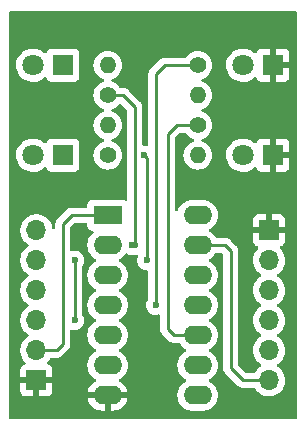
<source format=gbr>
%TF.GenerationSoftware,KiCad,Pcbnew,(6.0.1)*%
%TF.CreationDate,2024-08-30T10:39:56-04:00*%
%TF.ProjectId,FTDI_Monitor,46544449-5f4d-46f6-9e69-746f722e6b69,rev?*%
%TF.SameCoordinates,Original*%
%TF.FileFunction,Copper,L2,Bot*%
%TF.FilePolarity,Positive*%
%FSLAX46Y46*%
G04 Gerber Fmt 4.6, Leading zero omitted, Abs format (unit mm)*
G04 Created by KiCad (PCBNEW (6.0.1)) date 2024-08-30 10:39:56*
%MOMM*%
%LPD*%
G01*
G04 APERTURE LIST*
%TA.AperFunction,ComponentPad*%
%ADD10C,1.400000*%
%TD*%
%TA.AperFunction,ComponentPad*%
%ADD11O,1.400000X1.400000*%
%TD*%
%TA.AperFunction,ComponentPad*%
%ADD12R,1.800000X1.800000*%
%TD*%
%TA.AperFunction,ComponentPad*%
%ADD13C,1.800000*%
%TD*%
%TA.AperFunction,ComponentPad*%
%ADD14R,1.700000X1.700000*%
%TD*%
%TA.AperFunction,ComponentPad*%
%ADD15O,1.700000X1.700000*%
%TD*%
%TA.AperFunction,ComponentPad*%
%ADD16R,2.400000X1.600000*%
%TD*%
%TA.AperFunction,ComponentPad*%
%ADD17O,2.400000X1.600000*%
%TD*%
%TA.AperFunction,ViaPad*%
%ADD18C,0.600000*%
%TD*%
%TA.AperFunction,Conductor*%
%ADD19C,0.250000*%
%TD*%
G04 APERTURE END LIST*
D10*
%TO.P,R4,1*%
%TO.N,Net-(R4-Pad1)*%
X72390000Y-30480000D03*
D11*
%TO.P,R4,2*%
%TO.N,Net-(D4-Pad2)*%
X80010000Y-30480000D03*
%TD*%
D10*
%TO.P,R3,1*%
%TO.N,Net-(R3-Pad1)*%
X80010000Y-27940000D03*
D11*
%TO.P,R3,2*%
%TO.N,Net-(D3-Pad1)*%
X72390000Y-27940000D03*
%TD*%
D10*
%TO.P,R2,1*%
%TO.N,Net-(R2-Pad1)*%
X80010000Y-33020000D03*
D11*
%TO.P,R2,2*%
%TO.N,Net-(D2-Pad1)*%
X72390000Y-33020000D03*
%TD*%
D10*
%TO.P,R1,1*%
%TO.N,Net-(R1-Pad1)*%
X72390000Y-35560000D03*
D11*
%TO.P,R1,2*%
%TO.N,Net-(D1-Pad2)*%
X80010000Y-35560000D03*
%TD*%
D12*
%TO.P,D4,1,K*%
%TO.N,/GND*%
X86360000Y-27940000D03*
D13*
%TO.P,D4,2,A*%
%TO.N,Net-(D4-Pad2)*%
X83820000Y-27940000D03*
%TD*%
%TO.P,D3,2,A*%
%TO.N,/VCC*%
X66040000Y-27940000D03*
D12*
%TO.P,D3,1,K*%
%TO.N,Net-(D3-Pad1)*%
X68580000Y-27940000D03*
%TD*%
%TO.P,D2,1,K*%
%TO.N,Net-(D2-Pad1)*%
X68580000Y-35560000D03*
D13*
%TO.P,D2,2,A*%
%TO.N,/VCC*%
X66040000Y-35560000D03*
%TD*%
D12*
%TO.P,D1,1,K*%
%TO.N,/GND*%
X86360000Y-35560000D03*
D13*
%TO.P,D1,2,A*%
%TO.N,Net-(D1-Pad2)*%
X83820000Y-35560000D03*
%TD*%
D14*
%TO.P,BRD2,1,GND*%
%TO.N,/GND*%
X66351000Y-54610000D03*
D15*
%TO.P,BRD2,2,RTS<*%
%TO.N,Net-(BRD1-Pad2)*%
X66351000Y-52070000D03*
%TO.P,BRD2,3,VCC*%
%TO.N,/VCC*%
X66351000Y-49530000D03*
%TO.P,BRD2,4,RX>*%
%TO.N,Net-(BRD1-Pad4)*%
X66351000Y-46990000D03*
%TO.P,BRD2,5,TX<*%
%TO.N,Net-(BRD1-Pad5)*%
X66351000Y-44450000D03*
%TO.P,BRD2,6,CTS>*%
%TO.N,Net-(BRD1-Pad6)*%
X66351000Y-41910000D03*
%TD*%
D14*
%TO.P,BRD1,1,GND*%
%TO.N,/GND*%
X86049000Y-41910000D03*
D15*
%TO.P,BRD1,2,CTS<*%
%TO.N,Net-(BRD1-Pad2)*%
X86049000Y-44450000D03*
%TO.P,BRD1,3,VCC*%
%TO.N,/VCC*%
X86049000Y-46990000D03*
%TO.P,BRD1,4,TX>*%
%TO.N,Net-(BRD1-Pad4)*%
X86049000Y-49530000D03*
%TO.P,BRD1,5,RX<*%
%TO.N,Net-(BRD1-Pad5)*%
X86049000Y-52070000D03*
%TO.P,BRD1,6,RTS>*%
%TO.N,Net-(BRD1-Pad6)*%
X86049000Y-54610000D03*
%TD*%
D16*
%TO.P,U1,1*%
%TO.N,Net-(BRD1-Pad2)*%
X72375000Y-40635000D03*
D17*
%TO.P,U1,2*%
%TO.N,Net-(R4-Pad1)*%
X72375000Y-43175000D03*
%TO.P,U1,3*%
%TO.N,Net-(BRD1-Pad4)*%
X72375000Y-45715000D03*
%TO.P,U1,4*%
%TO.N,Net-(R3-Pad1)*%
X72375000Y-48255000D03*
%TO.P,U1,5*%
%TO.N,N/C*%
X72375000Y-50795000D03*
%TO.P,U1,6*%
X72375000Y-53335000D03*
%TO.P,U1,7,GND*%
%TO.N,/GND*%
X72375000Y-55875000D03*
%TO.P,U1,8*%
%TO.N,N/C*%
X79995000Y-55875000D03*
%TO.P,U1,9*%
X79995000Y-53335000D03*
%TO.P,U1,10*%
%TO.N,Net-(R2-Pad1)*%
X79995000Y-50795000D03*
%TO.P,U1,11*%
%TO.N,Net-(BRD1-Pad5)*%
X79995000Y-48255000D03*
%TO.P,U1,12*%
%TO.N,Net-(R1-Pad1)*%
X79995000Y-45715000D03*
%TO.P,U1,13*%
%TO.N,Net-(BRD1-Pad6)*%
X79995000Y-43175000D03*
%TO.P,U1,14,VCC*%
%TO.N,/VCC*%
X79995000Y-40635000D03*
%TD*%
D18*
%TO.N,Net-(R3-Pad1)*%
X76454000Y-48260000D03*
%TO.N,Net-(R4-Pad1)*%
X74676000Y-43180000D03*
%TO.N,Net-(R1-Pad1)*%
X75438000Y-35560000D03*
X75692000Y-44450000D03*
%TO.N,Net-(BRD1-Pad5)*%
X69596000Y-49530000D03*
X69596000Y-44450000D03*
%TO.N,Net-(R4-Pad1)*%
X74422000Y-43180000D03*
%TD*%
D19*
%TO.N,Net-(R3-Pad1)*%
X76454000Y-48260000D02*
X76454000Y-28702000D01*
%TO.N,Net-(R4-Pad1)*%
X74676000Y-43180000D02*
X74676000Y-31496000D01*
X73660000Y-30480000D02*
X72390000Y-30480000D01*
X74676000Y-31496000D02*
X73660000Y-30480000D01*
%TO.N,Net-(R1-Pad1)*%
X75692000Y-35814000D02*
X75438000Y-35560000D01*
X75692000Y-44450000D02*
X75692000Y-35814000D01*
%TO.N,Net-(R3-Pad1)*%
X76454000Y-28702000D02*
X77216000Y-27940000D01*
%TO.N,Net-(R2-Pad1)*%
X77470000Y-33782000D02*
X78232000Y-33020000D01*
X80010000Y-33020000D02*
X78232000Y-33020000D01*
X77470000Y-50292000D02*
X77470000Y-33782000D01*
X77973000Y-50795000D02*
X77470000Y-50292000D01*
X79995000Y-50795000D02*
X77973000Y-50795000D01*
%TO.N,Net-(BRD1-Pad6)*%
X82804000Y-43688000D02*
X82291000Y-43175000D01*
X82291000Y-43175000D02*
X79995000Y-43175000D01*
X82804000Y-53594000D02*
X82804000Y-43688000D01*
X86049000Y-54610000D02*
X83820000Y-54610000D01*
X83820000Y-54610000D02*
X82804000Y-53594000D01*
%TO.N,Net-(R3-Pad1)*%
X77216000Y-27940000D02*
X80010000Y-27940000D01*
%TO.N,Net-(BRD1-Pad5)*%
X69596000Y-44450000D02*
X69596000Y-49530000D01*
%TO.N,Net-(BRD1-Pad2)*%
X68580000Y-41402000D02*
X69347000Y-40635000D01*
X68072000Y-52070000D02*
X68580000Y-51562000D01*
X66351000Y-52070000D02*
X68072000Y-52070000D01*
X68580000Y-51562000D02*
X68580000Y-41402000D01*
X69347000Y-40635000D02*
X72375000Y-40635000D01*
%TD*%
%TA.AperFunction,Conductor*%
%TO.N,/GND*%
G36*
X88334121Y-23388002D02*
G01*
X88380614Y-23441658D01*
X88392000Y-23494000D01*
X88392000Y-57786000D01*
X88371998Y-57854121D01*
X88318342Y-57900614D01*
X88266000Y-57912000D01*
X64134000Y-57912000D01*
X64065879Y-57891998D01*
X64019386Y-57838342D01*
X64008000Y-57786000D01*
X64008000Y-56141522D01*
X70692273Y-56141522D01*
X70739764Y-56318761D01*
X70743510Y-56329053D01*
X70835586Y-56526511D01*
X70841069Y-56536007D01*
X70966028Y-56714467D01*
X70973084Y-56722875D01*
X71127125Y-56876916D01*
X71135533Y-56883972D01*
X71313993Y-57008931D01*
X71323489Y-57014414D01*
X71520947Y-57106490D01*
X71531239Y-57110236D01*
X71741688Y-57166625D01*
X71752481Y-57168528D01*
X71915170Y-57182762D01*
X71920635Y-57183000D01*
X72102885Y-57183000D01*
X72118124Y-57178525D01*
X72119329Y-57177135D01*
X72121000Y-57169452D01*
X72121000Y-57164885D01*
X72629000Y-57164885D01*
X72633475Y-57180124D01*
X72634865Y-57181329D01*
X72642548Y-57183000D01*
X72829365Y-57183000D01*
X72834830Y-57182762D01*
X72997519Y-57168528D01*
X73008312Y-57166625D01*
X73218761Y-57110236D01*
X73229053Y-57106490D01*
X73426511Y-57014414D01*
X73436007Y-57008931D01*
X73614467Y-56883972D01*
X73622875Y-56876916D01*
X73776916Y-56722875D01*
X73783972Y-56714467D01*
X73908931Y-56536007D01*
X73914414Y-56526511D01*
X74006490Y-56329053D01*
X74010236Y-56318761D01*
X74056394Y-56146497D01*
X74056058Y-56132401D01*
X74048116Y-56129000D01*
X72647115Y-56129000D01*
X72631876Y-56133475D01*
X72630671Y-56134865D01*
X72629000Y-56142548D01*
X72629000Y-57164885D01*
X72121000Y-57164885D01*
X72121000Y-56147115D01*
X72116525Y-56131876D01*
X72115135Y-56130671D01*
X72107452Y-56129000D01*
X70707033Y-56129000D01*
X70693502Y-56132973D01*
X70692273Y-56141522D01*
X64008000Y-56141522D01*
X64008000Y-55504669D01*
X64993001Y-55504669D01*
X64993371Y-55511490D01*
X64998895Y-55562352D01*
X65002521Y-55577604D01*
X65047676Y-55698054D01*
X65056214Y-55713649D01*
X65132715Y-55815724D01*
X65145276Y-55828285D01*
X65247351Y-55904786D01*
X65262946Y-55913324D01*
X65383394Y-55958478D01*
X65398649Y-55962105D01*
X65449514Y-55967631D01*
X65456328Y-55968000D01*
X66078885Y-55968000D01*
X66094124Y-55963525D01*
X66095329Y-55962135D01*
X66097000Y-55954452D01*
X66097000Y-55949884D01*
X66605000Y-55949884D01*
X66609475Y-55965123D01*
X66610865Y-55966328D01*
X66618548Y-55967999D01*
X67245669Y-55967999D01*
X67252490Y-55967629D01*
X67303352Y-55962105D01*
X67318604Y-55958479D01*
X67439054Y-55913324D01*
X67454649Y-55904786D01*
X67556724Y-55828285D01*
X67569285Y-55815724D01*
X67645786Y-55713649D01*
X67654324Y-55698054D01*
X67699478Y-55577606D01*
X67703105Y-55562351D01*
X67708631Y-55511486D01*
X67709000Y-55504672D01*
X67709000Y-54882115D01*
X67704525Y-54866876D01*
X67703135Y-54865671D01*
X67695452Y-54864000D01*
X66623115Y-54864000D01*
X66607876Y-54868475D01*
X66606671Y-54869865D01*
X66605000Y-54877548D01*
X66605000Y-55949884D01*
X66097000Y-55949884D01*
X66097000Y-54882115D01*
X66092525Y-54866876D01*
X66091135Y-54865671D01*
X66083452Y-54864000D01*
X65011116Y-54864000D01*
X64995877Y-54868475D01*
X64994672Y-54869865D01*
X64993001Y-54877548D01*
X64993001Y-55504669D01*
X64008000Y-55504669D01*
X64008000Y-52036695D01*
X64988251Y-52036695D01*
X64988548Y-52041848D01*
X64988548Y-52041851D01*
X64993859Y-52133959D01*
X65001110Y-52259715D01*
X65002247Y-52264761D01*
X65002248Y-52264767D01*
X65017558Y-52332699D01*
X65050222Y-52477639D01*
X65110014Y-52624890D01*
X65127662Y-52668351D01*
X65134266Y-52684616D01*
X65250987Y-52875088D01*
X65397250Y-53043938D01*
X65401225Y-53047238D01*
X65401231Y-53047244D01*
X65406425Y-53051556D01*
X65446059Y-53110460D01*
X65447555Y-53181441D01*
X65410439Y-53241962D01*
X65370168Y-53266480D01*
X65262946Y-53306676D01*
X65247351Y-53315214D01*
X65145276Y-53391715D01*
X65132715Y-53404276D01*
X65056214Y-53506351D01*
X65047676Y-53521946D01*
X65002522Y-53642394D01*
X64998895Y-53657649D01*
X64993369Y-53708514D01*
X64993000Y-53715328D01*
X64993000Y-54337885D01*
X64997475Y-54353124D01*
X64998865Y-54354329D01*
X65006548Y-54356000D01*
X67690884Y-54356000D01*
X67706123Y-54351525D01*
X67707328Y-54350135D01*
X67708999Y-54342452D01*
X67708999Y-53715331D01*
X67708629Y-53708510D01*
X67703105Y-53657648D01*
X67699479Y-53642396D01*
X67654324Y-53521946D01*
X67645786Y-53506351D01*
X67569285Y-53404276D01*
X67556724Y-53391715D01*
X67454649Y-53315214D01*
X67439054Y-53306676D01*
X67328813Y-53265348D01*
X67272049Y-53222706D01*
X67247349Y-53156145D01*
X67262557Y-53086796D01*
X67284104Y-53058115D01*
X67385430Y-52957144D01*
X67385440Y-52957132D01*
X67389096Y-52953489D01*
X67448594Y-52870689D01*
X67516435Y-52776277D01*
X67519453Y-52772077D01*
X67521746Y-52767437D01*
X67523446Y-52764608D01*
X67575674Y-52716518D01*
X67631451Y-52703500D01*
X67993233Y-52703500D01*
X68004416Y-52704027D01*
X68011909Y-52705702D01*
X68019835Y-52705453D01*
X68019836Y-52705453D01*
X68079986Y-52703562D01*
X68083945Y-52703500D01*
X68111856Y-52703500D01*
X68115791Y-52703003D01*
X68115856Y-52702995D01*
X68127693Y-52702062D01*
X68159951Y-52701048D01*
X68163970Y-52700922D01*
X68171889Y-52700673D01*
X68191343Y-52695021D01*
X68210700Y-52691013D01*
X68222930Y-52689468D01*
X68222931Y-52689468D01*
X68230797Y-52688474D01*
X68238168Y-52685555D01*
X68238170Y-52685555D01*
X68271912Y-52672196D01*
X68283142Y-52668351D01*
X68317983Y-52658229D01*
X68317984Y-52658229D01*
X68325593Y-52656018D01*
X68332412Y-52651985D01*
X68332417Y-52651983D01*
X68343028Y-52645707D01*
X68360776Y-52637012D01*
X68379617Y-52629552D01*
X68415387Y-52603564D01*
X68425307Y-52597048D01*
X68456535Y-52578580D01*
X68456538Y-52578578D01*
X68463362Y-52574542D01*
X68477683Y-52560221D01*
X68492717Y-52547380D01*
X68502694Y-52540131D01*
X68509107Y-52535472D01*
X68537298Y-52501395D01*
X68545288Y-52492616D01*
X68972247Y-52065657D01*
X68980537Y-52058113D01*
X68987018Y-52054000D01*
X69033659Y-52004332D01*
X69036413Y-52001491D01*
X69056134Y-51981770D01*
X69058612Y-51978575D01*
X69066318Y-51969553D01*
X69068775Y-51966937D01*
X69096586Y-51937321D01*
X69106346Y-51919568D01*
X69117199Y-51903045D01*
X69124753Y-51893306D01*
X69129613Y-51887041D01*
X69147176Y-51846457D01*
X69152383Y-51835827D01*
X69173695Y-51797060D01*
X69175666Y-51789383D01*
X69175668Y-51789378D01*
X69178732Y-51777442D01*
X69185138Y-51758730D01*
X69190034Y-51747417D01*
X69193181Y-51740145D01*
X69200097Y-51696481D01*
X69202504Y-51684860D01*
X69211528Y-51649711D01*
X69211528Y-51649710D01*
X69213500Y-51642030D01*
X69213500Y-51621769D01*
X69215051Y-51602058D01*
X69216979Y-51589885D01*
X69218219Y-51582057D01*
X69214059Y-51538046D01*
X69213500Y-51526189D01*
X69213500Y-50431688D01*
X69233502Y-50363567D01*
X69287158Y-50317074D01*
X69357432Y-50306970D01*
X69383410Y-50313588D01*
X69399168Y-50319448D01*
X69462452Y-50327892D01*
X69571980Y-50342507D01*
X69571984Y-50342507D01*
X69578961Y-50343438D01*
X69585972Y-50342800D01*
X69585976Y-50342800D01*
X69728459Y-50329832D01*
X69759600Y-50326998D01*
X69766302Y-50324820D01*
X69766304Y-50324820D01*
X69925409Y-50273124D01*
X69925412Y-50273123D01*
X69932108Y-50270947D01*
X70087912Y-50178069D01*
X70219266Y-50052982D01*
X70319643Y-49901902D01*
X70384055Y-49732338D01*
X70385829Y-49719715D01*
X70408748Y-49556639D01*
X70408748Y-49556636D01*
X70409299Y-49552717D01*
X70409616Y-49530000D01*
X70389397Y-49349745D01*
X70376255Y-49312006D01*
X70332064Y-49185106D01*
X70332062Y-49185103D01*
X70329745Y-49178448D01*
X70317778Y-49159297D01*
X70248646Y-49048661D01*
X70229500Y-48981892D01*
X70229500Y-44995620D01*
X70250552Y-44925893D01*
X70292720Y-44862425D01*
X70319643Y-44821902D01*
X70384055Y-44652338D01*
X70385829Y-44639715D01*
X70408748Y-44476639D01*
X70408748Y-44476636D01*
X70409299Y-44472717D01*
X70409616Y-44450000D01*
X70389397Y-44269745D01*
X70387080Y-44263091D01*
X70332064Y-44105106D01*
X70332062Y-44105103D01*
X70329745Y-44098448D01*
X70258416Y-43984297D01*
X70237359Y-43950598D01*
X70233626Y-43944624D01*
X70210114Y-43920947D01*
X70110778Y-43820915D01*
X70110774Y-43820912D01*
X70105815Y-43815918D01*
X70097420Y-43810590D01*
X70028367Y-43766768D01*
X69952666Y-43718727D01*
X69923463Y-43708328D01*
X69788425Y-43660243D01*
X69788420Y-43660242D01*
X69781790Y-43657881D01*
X69774802Y-43657048D01*
X69774799Y-43657047D01*
X69651698Y-43642368D01*
X69601680Y-43636404D01*
X69594677Y-43637140D01*
X69594676Y-43637140D01*
X69428288Y-43654628D01*
X69428286Y-43654629D01*
X69421288Y-43655364D01*
X69380104Y-43669384D01*
X69309173Y-43672402D01*
X69247870Y-43636592D01*
X69215658Y-43573324D01*
X69213500Y-43550106D01*
X69213500Y-41716595D01*
X69233502Y-41648474D01*
X69250405Y-41627499D01*
X69572501Y-41305404D01*
X69634813Y-41271379D01*
X69661596Y-41268500D01*
X70540500Y-41268500D01*
X70608621Y-41288502D01*
X70655114Y-41342158D01*
X70666500Y-41394500D01*
X70666500Y-41483134D01*
X70673255Y-41545316D01*
X70724385Y-41681705D01*
X70811739Y-41798261D01*
X70928295Y-41885615D01*
X71064684Y-41936745D01*
X71075474Y-41937917D01*
X71077606Y-41938803D01*
X71080222Y-41939425D01*
X71080121Y-41939848D01*
X71141035Y-41965155D01*
X71181463Y-42023517D01*
X71183922Y-42094471D01*
X71147629Y-42155490D01*
X71138969Y-42162489D01*
X71135207Y-42165646D01*
X71130700Y-42168802D01*
X70968802Y-42330700D01*
X70965645Y-42335208D01*
X70965643Y-42335211D01*
X70936713Y-42376527D01*
X70837477Y-42518251D01*
X70835154Y-42523233D01*
X70835151Y-42523238D01*
X70754409Y-42696392D01*
X70740716Y-42725757D01*
X70739294Y-42731065D01*
X70739293Y-42731067D01*
X70717745Y-42811486D01*
X70681457Y-42946913D01*
X70661502Y-43175000D01*
X70681457Y-43403087D01*
X70682881Y-43408400D01*
X70682881Y-43408402D01*
X70713275Y-43521831D01*
X70740716Y-43624243D01*
X70743039Y-43629224D01*
X70743039Y-43629225D01*
X70835151Y-43826762D01*
X70835154Y-43826767D01*
X70837477Y-43831749D01*
X70862296Y-43867194D01*
X70962782Y-44010702D01*
X70968802Y-44019300D01*
X71130700Y-44181198D01*
X71135208Y-44184355D01*
X71135211Y-44184357D01*
X71196627Y-44227361D01*
X71318251Y-44312523D01*
X71323233Y-44314846D01*
X71323238Y-44314849D01*
X71357457Y-44330805D01*
X71410742Y-44377722D01*
X71430203Y-44445999D01*
X71409661Y-44513959D01*
X71357457Y-44559195D01*
X71323238Y-44575151D01*
X71323233Y-44575154D01*
X71318251Y-44577477D01*
X71268732Y-44612151D01*
X71135211Y-44705643D01*
X71135208Y-44705645D01*
X71130700Y-44708802D01*
X70968802Y-44870700D01*
X70837477Y-45058251D01*
X70835154Y-45063233D01*
X70835151Y-45063238D01*
X70781321Y-45178679D01*
X70740716Y-45265757D01*
X70739294Y-45271065D01*
X70739293Y-45271067D01*
X70706651Y-45392889D01*
X70681457Y-45486913D01*
X70661502Y-45715000D01*
X70681457Y-45943087D01*
X70682881Y-45948400D01*
X70682881Y-45948402D01*
X70693987Y-45989848D01*
X70740716Y-46164243D01*
X70743039Y-46169224D01*
X70743039Y-46169225D01*
X70835151Y-46366762D01*
X70835154Y-46366767D01*
X70837477Y-46371749D01*
X70840634Y-46376257D01*
X70962782Y-46550702D01*
X70968802Y-46559300D01*
X71130700Y-46721198D01*
X71135208Y-46724355D01*
X71135211Y-46724357D01*
X71196627Y-46767361D01*
X71318251Y-46852523D01*
X71323233Y-46854846D01*
X71323238Y-46854849D01*
X71357457Y-46870805D01*
X71410742Y-46917722D01*
X71430203Y-46985999D01*
X71409661Y-47053959D01*
X71357457Y-47099195D01*
X71323238Y-47115151D01*
X71323233Y-47115154D01*
X71318251Y-47117477D01*
X71236747Y-47174547D01*
X71135211Y-47245643D01*
X71135208Y-47245645D01*
X71130700Y-47248802D01*
X70968802Y-47410700D01*
X70837477Y-47598251D01*
X70835154Y-47603233D01*
X70835151Y-47603238D01*
X70766522Y-47750415D01*
X70740716Y-47805757D01*
X70739294Y-47811065D01*
X70739293Y-47811067D01*
X70708909Y-47924461D01*
X70681457Y-48026913D01*
X70661502Y-48255000D01*
X70681457Y-48483087D01*
X70682881Y-48488400D01*
X70682881Y-48488402D01*
X70693987Y-48529848D01*
X70740716Y-48704243D01*
X70743039Y-48709224D01*
X70743039Y-48709225D01*
X70835151Y-48906762D01*
X70835154Y-48906767D01*
X70837477Y-48911749D01*
X70840634Y-48916257D01*
X70962782Y-49090702D01*
X70968802Y-49099300D01*
X71130700Y-49261198D01*
X71135208Y-49264355D01*
X71135211Y-49264357D01*
X71196627Y-49307361D01*
X71318251Y-49392523D01*
X71323233Y-49394846D01*
X71323238Y-49394849D01*
X71357457Y-49410805D01*
X71410742Y-49457722D01*
X71430203Y-49525999D01*
X71409661Y-49593959D01*
X71357457Y-49639195D01*
X71323238Y-49655151D01*
X71323233Y-49655154D01*
X71318251Y-49657477D01*
X71236747Y-49714547D01*
X71135211Y-49785643D01*
X71135208Y-49785645D01*
X71130700Y-49788802D01*
X70968802Y-49950700D01*
X70837477Y-50138251D01*
X70835154Y-50143233D01*
X70835151Y-50143238D01*
X70747742Y-50330689D01*
X70740716Y-50345757D01*
X70739294Y-50351065D01*
X70739293Y-50351067D01*
X70698331Y-50503938D01*
X70681457Y-50566913D01*
X70661502Y-50795000D01*
X70681457Y-51023087D01*
X70682881Y-51028400D01*
X70682881Y-51028402D01*
X70693987Y-51069848D01*
X70740716Y-51244243D01*
X70743039Y-51249224D01*
X70743039Y-51249225D01*
X70835151Y-51446762D01*
X70835154Y-51446767D01*
X70837477Y-51451749D01*
X70889601Y-51526189D01*
X70965162Y-51634101D01*
X70968802Y-51639300D01*
X71130700Y-51801198D01*
X71135208Y-51804355D01*
X71135211Y-51804357D01*
X71195359Y-51846473D01*
X71318251Y-51932523D01*
X71323233Y-51934846D01*
X71323238Y-51934849D01*
X71357457Y-51950805D01*
X71410742Y-51997722D01*
X71430203Y-52065999D01*
X71409661Y-52133959D01*
X71357457Y-52179195D01*
X71323238Y-52195151D01*
X71323233Y-52195154D01*
X71318251Y-52197477D01*
X71236747Y-52254547D01*
X71135211Y-52325643D01*
X71135208Y-52325645D01*
X71130700Y-52328802D01*
X70968802Y-52490700D01*
X70965645Y-52495208D01*
X70965643Y-52495211D01*
X70937452Y-52535472D01*
X70837477Y-52678251D01*
X70835154Y-52683233D01*
X70835151Y-52683238D01*
X70791767Y-52776277D01*
X70740716Y-52885757D01*
X70739294Y-52891065D01*
X70739293Y-52891067D01*
X70721588Y-52957144D01*
X70681457Y-53106913D01*
X70661502Y-53335000D01*
X70681457Y-53563087D01*
X70682881Y-53568400D01*
X70682881Y-53568402D01*
X70734266Y-53760170D01*
X70740716Y-53784243D01*
X70743039Y-53789224D01*
X70743039Y-53789225D01*
X70835151Y-53986762D01*
X70835154Y-53986767D01*
X70837477Y-53991749D01*
X70884772Y-54059293D01*
X70962782Y-54170702D01*
X70968802Y-54179300D01*
X71130700Y-54341198D01*
X71135208Y-54344355D01*
X71135211Y-54344357D01*
X71196627Y-54387361D01*
X71318251Y-54472523D01*
X71323233Y-54474846D01*
X71323238Y-54474849D01*
X71358049Y-54491081D01*
X71411334Y-54537998D01*
X71430795Y-54606275D01*
X71410253Y-54674235D01*
X71358049Y-54719471D01*
X71323489Y-54735586D01*
X71313993Y-54741069D01*
X71135533Y-54866028D01*
X71127125Y-54873084D01*
X70973084Y-55027125D01*
X70966028Y-55035533D01*
X70841069Y-55213993D01*
X70835586Y-55223489D01*
X70743510Y-55420947D01*
X70739764Y-55431239D01*
X70693606Y-55603503D01*
X70693942Y-55617599D01*
X70701884Y-55621000D01*
X74042967Y-55621000D01*
X74056498Y-55617027D01*
X74057727Y-55608478D01*
X74010236Y-55431239D01*
X74006490Y-55420947D01*
X73914414Y-55223489D01*
X73908931Y-55213993D01*
X73783972Y-55035533D01*
X73776916Y-55027125D01*
X73622875Y-54873084D01*
X73614467Y-54866028D01*
X73436007Y-54741069D01*
X73426511Y-54735586D01*
X73391951Y-54719471D01*
X73338666Y-54672554D01*
X73319205Y-54604277D01*
X73339747Y-54536317D01*
X73391951Y-54491081D01*
X73426762Y-54474849D01*
X73426767Y-54474846D01*
X73431749Y-54472523D01*
X73553373Y-54387361D01*
X73614789Y-54344357D01*
X73614792Y-54344355D01*
X73619300Y-54341198D01*
X73781198Y-54179300D01*
X73787219Y-54170702D01*
X73865228Y-54059293D01*
X73912523Y-53991749D01*
X73914846Y-53986767D01*
X73914849Y-53986762D01*
X74006961Y-53789225D01*
X74006961Y-53789224D01*
X74009284Y-53784243D01*
X74015735Y-53760170D01*
X74067119Y-53568402D01*
X74067119Y-53568400D01*
X74068543Y-53563087D01*
X74088498Y-53335000D01*
X74068543Y-53106913D01*
X74028412Y-52957144D01*
X74010707Y-52891067D01*
X74010706Y-52891065D01*
X74009284Y-52885757D01*
X73958233Y-52776277D01*
X73914849Y-52683238D01*
X73914846Y-52683233D01*
X73912523Y-52678251D01*
X73812548Y-52535472D01*
X73784357Y-52495211D01*
X73784355Y-52495208D01*
X73781198Y-52490700D01*
X73619300Y-52328802D01*
X73614792Y-52325645D01*
X73614789Y-52325643D01*
X73513253Y-52254547D01*
X73431749Y-52197477D01*
X73426767Y-52195154D01*
X73426762Y-52195151D01*
X73392543Y-52179195D01*
X73339258Y-52132278D01*
X73319797Y-52064001D01*
X73340339Y-51996041D01*
X73392543Y-51950805D01*
X73426762Y-51934849D01*
X73426767Y-51934846D01*
X73431749Y-51932523D01*
X73554641Y-51846473D01*
X73614789Y-51804357D01*
X73614792Y-51804355D01*
X73619300Y-51801198D01*
X73781198Y-51639300D01*
X73784839Y-51634101D01*
X73860399Y-51526189D01*
X73912523Y-51451749D01*
X73914846Y-51446767D01*
X73914849Y-51446762D01*
X74006961Y-51249225D01*
X74006961Y-51249224D01*
X74009284Y-51244243D01*
X74056014Y-51069848D01*
X74067119Y-51028402D01*
X74067119Y-51028400D01*
X74068543Y-51023087D01*
X74088498Y-50795000D01*
X74068543Y-50566913D01*
X74051669Y-50503938D01*
X74010707Y-50351067D01*
X74010706Y-50351065D01*
X74009284Y-50345757D01*
X74002258Y-50330689D01*
X73914849Y-50143238D01*
X73914846Y-50143233D01*
X73912523Y-50138251D01*
X73781198Y-49950700D01*
X73619300Y-49788802D01*
X73614792Y-49785645D01*
X73614789Y-49785643D01*
X73513253Y-49714547D01*
X73431749Y-49657477D01*
X73426767Y-49655154D01*
X73426762Y-49655151D01*
X73392543Y-49639195D01*
X73339258Y-49592278D01*
X73319797Y-49524001D01*
X73340339Y-49456041D01*
X73392543Y-49410805D01*
X73426762Y-49394849D01*
X73426767Y-49394846D01*
X73431749Y-49392523D01*
X73553373Y-49307361D01*
X73614789Y-49264357D01*
X73614792Y-49264355D01*
X73619300Y-49261198D01*
X73781198Y-49099300D01*
X73787219Y-49090702D01*
X73909366Y-48916257D01*
X73912523Y-48911749D01*
X73914846Y-48906767D01*
X73914849Y-48906762D01*
X74006961Y-48709225D01*
X74006961Y-48709224D01*
X74009284Y-48704243D01*
X74056014Y-48529848D01*
X74067119Y-48488402D01*
X74067119Y-48488400D01*
X74068543Y-48483087D01*
X74088498Y-48255000D01*
X74068543Y-48026913D01*
X74041091Y-47924461D01*
X74010707Y-47811067D01*
X74010706Y-47811065D01*
X74009284Y-47805757D01*
X73983478Y-47750415D01*
X73914849Y-47603238D01*
X73914846Y-47603233D01*
X73912523Y-47598251D01*
X73781198Y-47410700D01*
X73619300Y-47248802D01*
X73614792Y-47245645D01*
X73614789Y-47245643D01*
X73513253Y-47174547D01*
X73431749Y-47117477D01*
X73426767Y-47115154D01*
X73426762Y-47115151D01*
X73392543Y-47099195D01*
X73339258Y-47052278D01*
X73319797Y-46984001D01*
X73340339Y-46916041D01*
X73392543Y-46870805D01*
X73426762Y-46854849D01*
X73426767Y-46854846D01*
X73431749Y-46852523D01*
X73553373Y-46767361D01*
X73614789Y-46724357D01*
X73614792Y-46724355D01*
X73619300Y-46721198D01*
X73781198Y-46559300D01*
X73787219Y-46550702D01*
X73909366Y-46376257D01*
X73912523Y-46371749D01*
X73914846Y-46366767D01*
X73914849Y-46366762D01*
X74006961Y-46169225D01*
X74006961Y-46169224D01*
X74009284Y-46164243D01*
X74056014Y-45989848D01*
X74067119Y-45948402D01*
X74067119Y-45948400D01*
X74068543Y-45943087D01*
X74088498Y-45715000D01*
X74068543Y-45486913D01*
X74043349Y-45392889D01*
X74010707Y-45271067D01*
X74010706Y-45271065D01*
X74009284Y-45265757D01*
X73968679Y-45178679D01*
X73914849Y-45063238D01*
X73914846Y-45063233D01*
X73912523Y-45058251D01*
X73781198Y-44870700D01*
X73619300Y-44708802D01*
X73614792Y-44705645D01*
X73614789Y-44705643D01*
X73481268Y-44612151D01*
X73431749Y-44577477D01*
X73426767Y-44575154D01*
X73426762Y-44575151D01*
X73392543Y-44559195D01*
X73339258Y-44512278D01*
X73319797Y-44444001D01*
X73340339Y-44376041D01*
X73392543Y-44330805D01*
X73426762Y-44314849D01*
X73426767Y-44314846D01*
X73431749Y-44312523D01*
X73553373Y-44227361D01*
X73614789Y-44184357D01*
X73614792Y-44184355D01*
X73619300Y-44181198D01*
X73781198Y-44019300D01*
X73787219Y-44010702D01*
X73836986Y-43939627D01*
X73851548Y-43918830D01*
X73907004Y-43874503D01*
X73977623Y-43867194D01*
X74023750Y-43885668D01*
X74055159Y-43906222D01*
X74061763Y-43908678D01*
X74061765Y-43908679D01*
X74218558Y-43966990D01*
X74218560Y-43966990D01*
X74225168Y-43969448D01*
X74300840Y-43979545D01*
X74397980Y-43992507D01*
X74397984Y-43992507D01*
X74404961Y-43993438D01*
X74411972Y-43992800D01*
X74411976Y-43992800D01*
X74507380Y-43984117D01*
X74541889Y-43980976D01*
X74569972Y-43981564D01*
X74586133Y-43983720D01*
X74651980Y-43992507D01*
X74651984Y-43992507D01*
X74658961Y-43993438D01*
X74665972Y-43992800D01*
X74665976Y-43992800D01*
X74811618Y-43979545D01*
X74881271Y-43993290D01*
X74932436Y-44042511D01*
X74948867Y-44111580D01*
X74941439Y-44148121D01*
X74905476Y-44246928D01*
X74901197Y-44258685D01*
X74878463Y-44438640D01*
X74896163Y-44619160D01*
X74953418Y-44791273D01*
X74957065Y-44797295D01*
X74957066Y-44797297D01*
X74967978Y-44815314D01*
X75047380Y-44946424D01*
X75173382Y-45076902D01*
X75179278Y-45080760D01*
X75288262Y-45152077D01*
X75325159Y-45176222D01*
X75331763Y-45178678D01*
X75331765Y-45178679D01*
X75488558Y-45236990D01*
X75488560Y-45236990D01*
X75495168Y-45239448D01*
X75575689Y-45250192D01*
X75667980Y-45262507D01*
X75667984Y-45262507D01*
X75674961Y-45263438D01*
X75681972Y-45262800D01*
X75681974Y-45262800D01*
X75682686Y-45262735D01*
X75683080Y-45262699D01*
X75683780Y-45262837D01*
X75689018Y-45262947D01*
X75688999Y-45263867D01*
X75752732Y-45276444D01*
X75803897Y-45325664D01*
X75820500Y-45388180D01*
X75820500Y-47713331D01*
X75800411Y-47781586D01*
X75729054Y-47892310D01*
X75729050Y-47892319D01*
X75725235Y-47898238D01*
X75722826Y-47904858D01*
X75722825Y-47904859D01*
X75712623Y-47932889D01*
X75663197Y-48068685D01*
X75640463Y-48248640D01*
X75658163Y-48429160D01*
X75715418Y-48601273D01*
X75719065Y-48607295D01*
X75719066Y-48607297D01*
X75780796Y-48709225D01*
X75809380Y-48756424D01*
X75935382Y-48886902D01*
X76087159Y-48986222D01*
X76093763Y-48988678D01*
X76093765Y-48988679D01*
X76250558Y-49046990D01*
X76250560Y-49046990D01*
X76257168Y-49049448D01*
X76340995Y-49060633D01*
X76429980Y-49072507D01*
X76429984Y-49072507D01*
X76436961Y-49073438D01*
X76443972Y-49072800D01*
X76443976Y-49072800D01*
X76592251Y-49059305D01*
X76617600Y-49056998D01*
X76624302Y-49054820D01*
X76624304Y-49054820D01*
X76671564Y-49039464D01*
X76742531Y-49037436D01*
X76803329Y-49074099D01*
X76834655Y-49137811D01*
X76836500Y-49159297D01*
X76836500Y-50213233D01*
X76835973Y-50224416D01*
X76834298Y-50231909D01*
X76834547Y-50239835D01*
X76834547Y-50239836D01*
X76836438Y-50299986D01*
X76836500Y-50303945D01*
X76836500Y-50331856D01*
X76836997Y-50335790D01*
X76836997Y-50335791D01*
X76837005Y-50335856D01*
X76837938Y-50347693D01*
X76839327Y-50391889D01*
X76844383Y-50409292D01*
X76844978Y-50411339D01*
X76848987Y-50430700D01*
X76851526Y-50450797D01*
X76854445Y-50458168D01*
X76854445Y-50458170D01*
X76867804Y-50491912D01*
X76871649Y-50503142D01*
X76883982Y-50545593D01*
X76888015Y-50552412D01*
X76888017Y-50552417D01*
X76894293Y-50563028D01*
X76902988Y-50580776D01*
X76910448Y-50599617D01*
X76915110Y-50606033D01*
X76915110Y-50606034D01*
X76936436Y-50635387D01*
X76942952Y-50645307D01*
X76965458Y-50683362D01*
X76979779Y-50697683D01*
X76992619Y-50712716D01*
X77004528Y-50729107D01*
X77010634Y-50734158D01*
X77038605Y-50757298D01*
X77047384Y-50765288D01*
X77469343Y-51187247D01*
X77476887Y-51195537D01*
X77481000Y-51202018D01*
X77486777Y-51207443D01*
X77530667Y-51248658D01*
X77533509Y-51251413D01*
X77553230Y-51271134D01*
X77556425Y-51273612D01*
X77565447Y-51281318D01*
X77597679Y-51311586D01*
X77604628Y-51315406D01*
X77615432Y-51321346D01*
X77631956Y-51332199D01*
X77647959Y-51344613D01*
X77688543Y-51362176D01*
X77699173Y-51367383D01*
X77737940Y-51388695D01*
X77745617Y-51390666D01*
X77745622Y-51390668D01*
X77757558Y-51393732D01*
X77776266Y-51400137D01*
X77794855Y-51408181D01*
X77802680Y-51409420D01*
X77802682Y-51409421D01*
X77838519Y-51415097D01*
X77850140Y-51417504D01*
X77885289Y-51426528D01*
X77892970Y-51428500D01*
X77913231Y-51428500D01*
X77932940Y-51430051D01*
X77952943Y-51433219D01*
X77960835Y-51432473D01*
X77966062Y-51431979D01*
X77996954Y-51429059D01*
X78008811Y-51428500D01*
X78375606Y-51428500D01*
X78443727Y-51448502D01*
X78478819Y-51482229D01*
X78585643Y-51634789D01*
X78588802Y-51639300D01*
X78750700Y-51801198D01*
X78755208Y-51804355D01*
X78755211Y-51804357D01*
X78815359Y-51846473D01*
X78938251Y-51932523D01*
X78943233Y-51934846D01*
X78943238Y-51934849D01*
X78977457Y-51950805D01*
X79030742Y-51997722D01*
X79050203Y-52065999D01*
X79029661Y-52133959D01*
X78977457Y-52179195D01*
X78943238Y-52195151D01*
X78943233Y-52195154D01*
X78938251Y-52197477D01*
X78856747Y-52254547D01*
X78755211Y-52325643D01*
X78755208Y-52325645D01*
X78750700Y-52328802D01*
X78588802Y-52490700D01*
X78585645Y-52495208D01*
X78585643Y-52495211D01*
X78557452Y-52535472D01*
X78457477Y-52678251D01*
X78455154Y-52683233D01*
X78455151Y-52683238D01*
X78411767Y-52776277D01*
X78360716Y-52885757D01*
X78359294Y-52891065D01*
X78359293Y-52891067D01*
X78341588Y-52957144D01*
X78301457Y-53106913D01*
X78281502Y-53335000D01*
X78301457Y-53563087D01*
X78302881Y-53568400D01*
X78302881Y-53568402D01*
X78354266Y-53760170D01*
X78360716Y-53784243D01*
X78363039Y-53789224D01*
X78363039Y-53789225D01*
X78455151Y-53986762D01*
X78455154Y-53986767D01*
X78457477Y-53991749D01*
X78504772Y-54059293D01*
X78582782Y-54170702D01*
X78588802Y-54179300D01*
X78750700Y-54341198D01*
X78755208Y-54344355D01*
X78755211Y-54344357D01*
X78816627Y-54387361D01*
X78938251Y-54472523D01*
X78943233Y-54474846D01*
X78943238Y-54474849D01*
X78977457Y-54490805D01*
X79030742Y-54537722D01*
X79050203Y-54605999D01*
X79029661Y-54673959D01*
X78977457Y-54719195D01*
X78943238Y-54735151D01*
X78943233Y-54735154D01*
X78938251Y-54737477D01*
X78833389Y-54810902D01*
X78755211Y-54865643D01*
X78755208Y-54865645D01*
X78750700Y-54868802D01*
X78588802Y-55030700D01*
X78585645Y-55035208D01*
X78585643Y-55035211D01*
X78548254Y-55088608D01*
X78457477Y-55218251D01*
X78455154Y-55223233D01*
X78455151Y-55223238D01*
X78411767Y-55316277D01*
X78360716Y-55425757D01*
X78359294Y-55431065D01*
X78359293Y-55431067D01*
X78337745Y-55511486D01*
X78301457Y-55646913D01*
X78281502Y-55875000D01*
X78301457Y-56103087D01*
X78302881Y-56108400D01*
X78302881Y-56108402D01*
X78312031Y-56142548D01*
X78360716Y-56324243D01*
X78363039Y-56329224D01*
X78363039Y-56329225D01*
X78455151Y-56526762D01*
X78455154Y-56526767D01*
X78457477Y-56531749D01*
X78588802Y-56719300D01*
X78750700Y-56881198D01*
X78755208Y-56884355D01*
X78755211Y-56884357D01*
X78833389Y-56939098D01*
X78938251Y-57012523D01*
X78943233Y-57014846D01*
X78943238Y-57014849D01*
X79139765Y-57106490D01*
X79145757Y-57109284D01*
X79151065Y-57110706D01*
X79151067Y-57110707D01*
X79361598Y-57167119D01*
X79361600Y-57167119D01*
X79366913Y-57168543D01*
X79465120Y-57177135D01*
X79535149Y-57183262D01*
X79535156Y-57183262D01*
X79537873Y-57183500D01*
X80452127Y-57183500D01*
X80454844Y-57183262D01*
X80454851Y-57183262D01*
X80524880Y-57177135D01*
X80623087Y-57168543D01*
X80628400Y-57167119D01*
X80628402Y-57167119D01*
X80838933Y-57110707D01*
X80838935Y-57110706D01*
X80844243Y-57109284D01*
X80850235Y-57106490D01*
X81046762Y-57014849D01*
X81046767Y-57014846D01*
X81051749Y-57012523D01*
X81156611Y-56939098D01*
X81234789Y-56884357D01*
X81234792Y-56884355D01*
X81239300Y-56881198D01*
X81401198Y-56719300D01*
X81532523Y-56531749D01*
X81534846Y-56526767D01*
X81534849Y-56526762D01*
X81626961Y-56329225D01*
X81626961Y-56329224D01*
X81629284Y-56324243D01*
X81677970Y-56142548D01*
X81687119Y-56108402D01*
X81687119Y-56108400D01*
X81688543Y-56103087D01*
X81708498Y-55875000D01*
X81688543Y-55646913D01*
X81652255Y-55511486D01*
X81630707Y-55431067D01*
X81630706Y-55431065D01*
X81629284Y-55425757D01*
X81578233Y-55316277D01*
X81534849Y-55223238D01*
X81534846Y-55223233D01*
X81532523Y-55218251D01*
X81441746Y-55088608D01*
X81404357Y-55035211D01*
X81404355Y-55035208D01*
X81401198Y-55030700D01*
X81239300Y-54868802D01*
X81234792Y-54865645D01*
X81234789Y-54865643D01*
X81156611Y-54810902D01*
X81051749Y-54737477D01*
X81046767Y-54735154D01*
X81046762Y-54735151D01*
X81012543Y-54719195D01*
X80959258Y-54672278D01*
X80939797Y-54604001D01*
X80960339Y-54536041D01*
X81012543Y-54490805D01*
X81046762Y-54474849D01*
X81046767Y-54474846D01*
X81051749Y-54472523D01*
X81173373Y-54387361D01*
X81234789Y-54344357D01*
X81234792Y-54344355D01*
X81239300Y-54341198D01*
X81401198Y-54179300D01*
X81407219Y-54170702D01*
X81485228Y-54059293D01*
X81532523Y-53991749D01*
X81534846Y-53986767D01*
X81534849Y-53986762D01*
X81626961Y-53789225D01*
X81626961Y-53789224D01*
X81629284Y-53784243D01*
X81635735Y-53760170D01*
X81687119Y-53568402D01*
X81687119Y-53568400D01*
X81688543Y-53563087D01*
X81708498Y-53335000D01*
X81688543Y-53106913D01*
X81648412Y-52957144D01*
X81630707Y-52891067D01*
X81630706Y-52891065D01*
X81629284Y-52885757D01*
X81578233Y-52776277D01*
X81534849Y-52683238D01*
X81534846Y-52683233D01*
X81532523Y-52678251D01*
X81432548Y-52535472D01*
X81404357Y-52495211D01*
X81404355Y-52495208D01*
X81401198Y-52490700D01*
X81239300Y-52328802D01*
X81234792Y-52325645D01*
X81234789Y-52325643D01*
X81133253Y-52254547D01*
X81051749Y-52197477D01*
X81046767Y-52195154D01*
X81046762Y-52195151D01*
X81012543Y-52179195D01*
X80959258Y-52132278D01*
X80939797Y-52064001D01*
X80960339Y-51996041D01*
X81012543Y-51950805D01*
X81046762Y-51934849D01*
X81046767Y-51934846D01*
X81051749Y-51932523D01*
X81174641Y-51846473D01*
X81234789Y-51804357D01*
X81234792Y-51804355D01*
X81239300Y-51801198D01*
X81401198Y-51639300D01*
X81404839Y-51634101D01*
X81480399Y-51526189D01*
X81532523Y-51451749D01*
X81534846Y-51446767D01*
X81534849Y-51446762D01*
X81626961Y-51249225D01*
X81626961Y-51249224D01*
X81629284Y-51244243D01*
X81676014Y-51069848D01*
X81687119Y-51028402D01*
X81687119Y-51028400D01*
X81688543Y-51023087D01*
X81708498Y-50795000D01*
X81688543Y-50566913D01*
X81671669Y-50503938D01*
X81630707Y-50351067D01*
X81630706Y-50351065D01*
X81629284Y-50345757D01*
X81622258Y-50330689D01*
X81534849Y-50143238D01*
X81534846Y-50143233D01*
X81532523Y-50138251D01*
X81401198Y-49950700D01*
X81239300Y-49788802D01*
X81234792Y-49785645D01*
X81234789Y-49785643D01*
X81133253Y-49714547D01*
X81051749Y-49657477D01*
X81046767Y-49655154D01*
X81046762Y-49655151D01*
X81012543Y-49639195D01*
X80959258Y-49592278D01*
X80939797Y-49524001D01*
X80960339Y-49456041D01*
X81012543Y-49410805D01*
X81046762Y-49394849D01*
X81046767Y-49394846D01*
X81051749Y-49392523D01*
X81173373Y-49307361D01*
X81234789Y-49264357D01*
X81234792Y-49264355D01*
X81239300Y-49261198D01*
X81401198Y-49099300D01*
X81407219Y-49090702D01*
X81529366Y-48916257D01*
X81532523Y-48911749D01*
X81534846Y-48906767D01*
X81534849Y-48906762D01*
X81626961Y-48709225D01*
X81626961Y-48709224D01*
X81629284Y-48704243D01*
X81676014Y-48529848D01*
X81687119Y-48488402D01*
X81687119Y-48488400D01*
X81688543Y-48483087D01*
X81708498Y-48255000D01*
X81688543Y-48026913D01*
X81661091Y-47924461D01*
X81630707Y-47811067D01*
X81630706Y-47811065D01*
X81629284Y-47805757D01*
X81603478Y-47750415D01*
X81534849Y-47603238D01*
X81534846Y-47603233D01*
X81532523Y-47598251D01*
X81401198Y-47410700D01*
X81239300Y-47248802D01*
X81234792Y-47245645D01*
X81234789Y-47245643D01*
X81133253Y-47174547D01*
X81051749Y-47117477D01*
X81046767Y-47115154D01*
X81046762Y-47115151D01*
X81012543Y-47099195D01*
X80959258Y-47052278D01*
X80939797Y-46984001D01*
X80960339Y-46916041D01*
X81012543Y-46870805D01*
X81046762Y-46854849D01*
X81046767Y-46854846D01*
X81051749Y-46852523D01*
X81173373Y-46767361D01*
X81234789Y-46724357D01*
X81234792Y-46724355D01*
X81239300Y-46721198D01*
X81401198Y-46559300D01*
X81407219Y-46550702D01*
X81529366Y-46376257D01*
X81532523Y-46371749D01*
X81534846Y-46366767D01*
X81534849Y-46366762D01*
X81626961Y-46169225D01*
X81626961Y-46169224D01*
X81629284Y-46164243D01*
X81676014Y-45989848D01*
X81687119Y-45948402D01*
X81687119Y-45948400D01*
X81688543Y-45943087D01*
X81708498Y-45715000D01*
X81688543Y-45486913D01*
X81663349Y-45392889D01*
X81630707Y-45271067D01*
X81630706Y-45271065D01*
X81629284Y-45265757D01*
X81588679Y-45178679D01*
X81534849Y-45063238D01*
X81534846Y-45063233D01*
X81532523Y-45058251D01*
X81401198Y-44870700D01*
X81239300Y-44708802D01*
X81234792Y-44705645D01*
X81234789Y-44705643D01*
X81101268Y-44612151D01*
X81051749Y-44577477D01*
X81046767Y-44575154D01*
X81046762Y-44575151D01*
X81012543Y-44559195D01*
X80959258Y-44512278D01*
X80939797Y-44444001D01*
X80960339Y-44376041D01*
X81012543Y-44330805D01*
X81046762Y-44314849D01*
X81046767Y-44314846D01*
X81051749Y-44312523D01*
X81173373Y-44227361D01*
X81234789Y-44184357D01*
X81234792Y-44184355D01*
X81239300Y-44181198D01*
X81401198Y-44019300D01*
X81404357Y-44014789D01*
X81511181Y-43862229D01*
X81566638Y-43817901D01*
X81614394Y-43808500D01*
X81976406Y-43808500D01*
X82044527Y-43828502D01*
X82065501Y-43845405D01*
X82133595Y-43913499D01*
X82167621Y-43975811D01*
X82170500Y-44002594D01*
X82170500Y-53515233D01*
X82169973Y-53526416D01*
X82168298Y-53533909D01*
X82168547Y-53541835D01*
X82168547Y-53541836D01*
X82170438Y-53601986D01*
X82170500Y-53605945D01*
X82170500Y-53633856D01*
X82170997Y-53637790D01*
X82170997Y-53637791D01*
X82171005Y-53637856D01*
X82171938Y-53649693D01*
X82173327Y-53693889D01*
X82177575Y-53708510D01*
X82178978Y-53713339D01*
X82182987Y-53732700D01*
X82185526Y-53752797D01*
X82188445Y-53760168D01*
X82188445Y-53760170D01*
X82201804Y-53793912D01*
X82205649Y-53805142D01*
X82217982Y-53847593D01*
X82222015Y-53854412D01*
X82222017Y-53854417D01*
X82228293Y-53865028D01*
X82236988Y-53882776D01*
X82244448Y-53901617D01*
X82249110Y-53908033D01*
X82249110Y-53908034D01*
X82270436Y-53937387D01*
X82276952Y-53947307D01*
X82290722Y-53970590D01*
X82299458Y-53985362D01*
X82313779Y-53999683D01*
X82326619Y-54014716D01*
X82338528Y-54031107D01*
X82344632Y-54036157D01*
X82344637Y-54036162D01*
X82372598Y-54059293D01*
X82381379Y-54067283D01*
X83316353Y-55002258D01*
X83323887Y-55010537D01*
X83328000Y-55017018D01*
X83347374Y-55035211D01*
X83377651Y-55063643D01*
X83380493Y-55066398D01*
X83400230Y-55086135D01*
X83403427Y-55088615D01*
X83412447Y-55096318D01*
X83444679Y-55126586D01*
X83451625Y-55130405D01*
X83451628Y-55130407D01*
X83462434Y-55136348D01*
X83478953Y-55147199D01*
X83494959Y-55159614D01*
X83502228Y-55162759D01*
X83502232Y-55162762D01*
X83535537Y-55177174D01*
X83546187Y-55182391D01*
X83584940Y-55203695D01*
X83592615Y-55205666D01*
X83592616Y-55205666D01*
X83604562Y-55208733D01*
X83623267Y-55215137D01*
X83641855Y-55223181D01*
X83649678Y-55224420D01*
X83649688Y-55224423D01*
X83685524Y-55230099D01*
X83697144Y-55232505D01*
X83732289Y-55241528D01*
X83739970Y-55243500D01*
X83760224Y-55243500D01*
X83779934Y-55245051D01*
X83799943Y-55248220D01*
X83807835Y-55247474D01*
X83843961Y-55244059D01*
X83855819Y-55243500D01*
X84773274Y-55243500D01*
X84841395Y-55263502D01*
X84880707Y-55303665D01*
X84948987Y-55415088D01*
X85095250Y-55583938D01*
X85267126Y-55726632D01*
X85460000Y-55839338D01*
X85668692Y-55919030D01*
X85673760Y-55920061D01*
X85673763Y-55920062D01*
X85781017Y-55941883D01*
X85887597Y-55963567D01*
X85892772Y-55963757D01*
X85892774Y-55963757D01*
X86105673Y-55971564D01*
X86105677Y-55971564D01*
X86110837Y-55971753D01*
X86115957Y-55971097D01*
X86115959Y-55971097D01*
X86327288Y-55944025D01*
X86327289Y-55944025D01*
X86332416Y-55943368D01*
X86337366Y-55941883D01*
X86541429Y-55880661D01*
X86541434Y-55880659D01*
X86546384Y-55879174D01*
X86746994Y-55780896D01*
X86928860Y-55651173D01*
X86971705Y-55608478D01*
X87083435Y-55497137D01*
X87087096Y-55493489D01*
X87139223Y-55420947D01*
X87214435Y-55316277D01*
X87217453Y-55312077D01*
X87221611Y-55303665D01*
X87314136Y-55116453D01*
X87314137Y-55116451D01*
X87316430Y-55111811D01*
X87381370Y-54898069D01*
X87410529Y-54676590D01*
X87410628Y-54672554D01*
X87412074Y-54613365D01*
X87412074Y-54613361D01*
X87412156Y-54610000D01*
X87393852Y-54387361D01*
X87339431Y-54170702D01*
X87250354Y-53965840D01*
X87173857Y-53847593D01*
X87131822Y-53782617D01*
X87131820Y-53782614D01*
X87129014Y-53778277D01*
X86978670Y-53613051D01*
X86974619Y-53609852D01*
X86974615Y-53609848D01*
X86807414Y-53477800D01*
X86807410Y-53477798D01*
X86803359Y-53474598D01*
X86762053Y-53451796D01*
X86712084Y-53401364D01*
X86697312Y-53331921D01*
X86722428Y-53265516D01*
X86749780Y-53238909D01*
X86793603Y-53207650D01*
X86928860Y-53111173D01*
X86953323Y-53086796D01*
X87083435Y-52957137D01*
X87087096Y-52953489D01*
X87146594Y-52870689D01*
X87214435Y-52776277D01*
X87217453Y-52772077D01*
X87221145Y-52764608D01*
X87314136Y-52576453D01*
X87314137Y-52576451D01*
X87316430Y-52571811D01*
X87381370Y-52358069D01*
X87410529Y-52136590D01*
X87410611Y-52133240D01*
X87412074Y-52073365D01*
X87412074Y-52073361D01*
X87412156Y-52070000D01*
X87393852Y-51847361D01*
X87339431Y-51630702D01*
X87250354Y-51425840D01*
X87172928Y-51306158D01*
X87131822Y-51242617D01*
X87131820Y-51242614D01*
X87129014Y-51238277D01*
X86978670Y-51073051D01*
X86974619Y-51069852D01*
X86974615Y-51069848D01*
X86807414Y-50937800D01*
X86807410Y-50937798D01*
X86803359Y-50934598D01*
X86762053Y-50911796D01*
X86712084Y-50861364D01*
X86697312Y-50791921D01*
X86722428Y-50725516D01*
X86749780Y-50698909D01*
X86793603Y-50667650D01*
X86928860Y-50571173D01*
X87087096Y-50413489D01*
X87108308Y-50383970D01*
X87214435Y-50236277D01*
X87217453Y-50232077D01*
X87244146Y-50178069D01*
X87314136Y-50036453D01*
X87314137Y-50036451D01*
X87316430Y-50031811D01*
X87381370Y-49818069D01*
X87410529Y-49596590D01*
X87410611Y-49593240D01*
X87412074Y-49533365D01*
X87412074Y-49533361D01*
X87412156Y-49530000D01*
X87393852Y-49307361D01*
X87339431Y-49090702D01*
X87250354Y-48885840D01*
X87129014Y-48698277D01*
X86978670Y-48533051D01*
X86974619Y-48529852D01*
X86974615Y-48529848D01*
X86807414Y-48397800D01*
X86807410Y-48397798D01*
X86803359Y-48394598D01*
X86762053Y-48371796D01*
X86712084Y-48321364D01*
X86697312Y-48251921D01*
X86722428Y-48185516D01*
X86749780Y-48158909D01*
X86793603Y-48127650D01*
X86928860Y-48031173D01*
X87087096Y-47873489D01*
X87146594Y-47790689D01*
X87214435Y-47696277D01*
X87217453Y-47692077D01*
X87263825Y-47598251D01*
X87314136Y-47496453D01*
X87314137Y-47496451D01*
X87316430Y-47491811D01*
X87381370Y-47278069D01*
X87410529Y-47056590D01*
X87410611Y-47053240D01*
X87412074Y-46993365D01*
X87412074Y-46993361D01*
X87412156Y-46990000D01*
X87393852Y-46767361D01*
X87339431Y-46550702D01*
X87250354Y-46345840D01*
X87129014Y-46158277D01*
X86978670Y-45993051D01*
X86974619Y-45989852D01*
X86974615Y-45989848D01*
X86807414Y-45857800D01*
X86807410Y-45857798D01*
X86803359Y-45854598D01*
X86762053Y-45831796D01*
X86712084Y-45781364D01*
X86697312Y-45711921D01*
X86722428Y-45645516D01*
X86749780Y-45618909D01*
X86793603Y-45587650D01*
X86928860Y-45491173D01*
X87087096Y-45333489D01*
X87137433Y-45263438D01*
X87214435Y-45156277D01*
X87217453Y-45152077D01*
X87257112Y-45071834D01*
X87314136Y-44956453D01*
X87314137Y-44956451D01*
X87316430Y-44951811D01*
X87381370Y-44738069D01*
X87410529Y-44516590D01*
X87410611Y-44513240D01*
X87412074Y-44453365D01*
X87412074Y-44453361D01*
X87412156Y-44450000D01*
X87393852Y-44227361D01*
X87339431Y-44010702D01*
X87250354Y-43805840D01*
X87154474Y-43657632D01*
X87131822Y-43622617D01*
X87131820Y-43622614D01*
X87129014Y-43618277D01*
X87125538Y-43614457D01*
X87125533Y-43614450D01*
X86981435Y-43456088D01*
X86950383Y-43392242D01*
X86958779Y-43321744D01*
X87003956Y-43266976D01*
X87030400Y-43253307D01*
X87137052Y-43213325D01*
X87152649Y-43204786D01*
X87254724Y-43128285D01*
X87267285Y-43115724D01*
X87343786Y-43013649D01*
X87352324Y-42998054D01*
X87397478Y-42877606D01*
X87401105Y-42862351D01*
X87406631Y-42811486D01*
X87407000Y-42804672D01*
X87407000Y-42182115D01*
X87402525Y-42166876D01*
X87401135Y-42165671D01*
X87393452Y-42164000D01*
X84709116Y-42164000D01*
X84693877Y-42168475D01*
X84692672Y-42169865D01*
X84691001Y-42177548D01*
X84691001Y-42804669D01*
X84691371Y-42811490D01*
X84696895Y-42862352D01*
X84700521Y-42877604D01*
X84745676Y-42998054D01*
X84754214Y-43013649D01*
X84830715Y-43115724D01*
X84843276Y-43128285D01*
X84945351Y-43204786D01*
X84960946Y-43213324D01*
X85069827Y-43254142D01*
X85126591Y-43296784D01*
X85151291Y-43363345D01*
X85136083Y-43432694D01*
X85116691Y-43459175D01*
X85026796Y-43553245D01*
X84989629Y-43592138D01*
X84986715Y-43596410D01*
X84986714Y-43596411D01*
X84954146Y-43644154D01*
X84863743Y-43776680D01*
X84769688Y-43979305D01*
X84709989Y-44194570D01*
X84686251Y-44416695D01*
X84686548Y-44421848D01*
X84686548Y-44421851D01*
X84691859Y-44513959D01*
X84699110Y-44639715D01*
X84700247Y-44644761D01*
X84700248Y-44644767D01*
X84715558Y-44712699D01*
X84748222Y-44857639D01*
X84832266Y-45064616D01*
X84834965Y-45069020D01*
X84945987Y-45250192D01*
X84948987Y-45255088D01*
X85095250Y-45423938D01*
X85267126Y-45566632D01*
X85337595Y-45607811D01*
X85340445Y-45609476D01*
X85389169Y-45661114D01*
X85402240Y-45730897D01*
X85375509Y-45796669D01*
X85335055Y-45830027D01*
X85322607Y-45836507D01*
X85318474Y-45839610D01*
X85318471Y-45839612D01*
X85148100Y-45967530D01*
X85143965Y-45970635D01*
X84989629Y-46132138D01*
X84863743Y-46316680D01*
X84769688Y-46519305D01*
X84709989Y-46734570D01*
X84686251Y-46956695D01*
X84686548Y-46961848D01*
X84686548Y-46961851D01*
X84691859Y-47053959D01*
X84699110Y-47179715D01*
X84700247Y-47184761D01*
X84700248Y-47184767D01*
X84715558Y-47252699D01*
X84748222Y-47397639D01*
X84832266Y-47604616D01*
X84948987Y-47795088D01*
X85095250Y-47963938D01*
X85267126Y-48106632D01*
X85337595Y-48147811D01*
X85340445Y-48149476D01*
X85389169Y-48201114D01*
X85402240Y-48270897D01*
X85375509Y-48336669D01*
X85335055Y-48370027D01*
X85322607Y-48376507D01*
X85318474Y-48379610D01*
X85318471Y-48379612D01*
X85148100Y-48507530D01*
X85143965Y-48510635D01*
X84989629Y-48672138D01*
X84863743Y-48856680D01*
X84816716Y-48957992D01*
X84774629Y-49048661D01*
X84769688Y-49059305D01*
X84709989Y-49274570D01*
X84686251Y-49496695D01*
X84686548Y-49501848D01*
X84686548Y-49501851D01*
X84691859Y-49593959D01*
X84699110Y-49719715D01*
X84700247Y-49724761D01*
X84700248Y-49724767D01*
X84715558Y-49792699D01*
X84748222Y-49937639D01*
X84832266Y-50144616D01*
X84849789Y-50173211D01*
X84935814Y-50313591D01*
X84948987Y-50335088D01*
X85095250Y-50503938D01*
X85267126Y-50646632D01*
X85318299Y-50676535D01*
X85340445Y-50689476D01*
X85389169Y-50741114D01*
X85402240Y-50810897D01*
X85375509Y-50876669D01*
X85335055Y-50910027D01*
X85322607Y-50916507D01*
X85318474Y-50919610D01*
X85318471Y-50919612D01*
X85148100Y-51047530D01*
X85143965Y-51050635D01*
X85140393Y-51054373D01*
X84994116Y-51207443D01*
X84989629Y-51212138D01*
X84863743Y-51396680D01*
X84824033Y-51482229D01*
X84774061Y-51589885D01*
X84769688Y-51599305D01*
X84709989Y-51814570D01*
X84686251Y-52036695D01*
X84686548Y-52041848D01*
X84686548Y-52041851D01*
X84691859Y-52133959D01*
X84699110Y-52259715D01*
X84700247Y-52264761D01*
X84700248Y-52264767D01*
X84715558Y-52332699D01*
X84748222Y-52477639D01*
X84808014Y-52624890D01*
X84825662Y-52668351D01*
X84832266Y-52684616D01*
X84948987Y-52875088D01*
X85095250Y-53043938D01*
X85267126Y-53186632D01*
X85328860Y-53222706D01*
X85340445Y-53229476D01*
X85389169Y-53281114D01*
X85402240Y-53350897D01*
X85375509Y-53416669D01*
X85335055Y-53450027D01*
X85322607Y-53456507D01*
X85318474Y-53459610D01*
X85318471Y-53459612D01*
X85148100Y-53587530D01*
X85143965Y-53590635D01*
X84989629Y-53752138D01*
X84986715Y-53756410D01*
X84986714Y-53756411D01*
X84874095Y-53921504D01*
X84819184Y-53966507D01*
X84770007Y-53976500D01*
X84134595Y-53976500D01*
X84066474Y-53956498D01*
X84045499Y-53939595D01*
X83474404Y-53368499D01*
X83440379Y-53306187D01*
X83437500Y-53279404D01*
X83437500Y-43766768D01*
X83438027Y-43755585D01*
X83439702Y-43748092D01*
X83439323Y-43736014D01*
X83437562Y-43680002D01*
X83437500Y-43676044D01*
X83437500Y-43648144D01*
X83436996Y-43644153D01*
X83436063Y-43632311D01*
X83435810Y-43624243D01*
X83434674Y-43588111D01*
X83429021Y-43568652D01*
X83425012Y-43549293D01*
X83424846Y-43547983D01*
X83422474Y-43529203D01*
X83419558Y-43521837D01*
X83419556Y-43521831D01*
X83406200Y-43488098D01*
X83402355Y-43476868D01*
X83392230Y-43442017D01*
X83392230Y-43442016D01*
X83390019Y-43434407D01*
X83379705Y-43416966D01*
X83371008Y-43399213D01*
X83366472Y-43387758D01*
X83363552Y-43380383D01*
X83337563Y-43344612D01*
X83331047Y-43334692D01*
X83308542Y-43296638D01*
X83294221Y-43282317D01*
X83281380Y-43267283D01*
X83274132Y-43257307D01*
X83269472Y-43250893D01*
X83235407Y-43222712D01*
X83226626Y-43214722D01*
X82794647Y-42782742D01*
X82787113Y-42774463D01*
X82783000Y-42767982D01*
X82733348Y-42721356D01*
X82730507Y-42718602D01*
X82710770Y-42698865D01*
X82707573Y-42696385D01*
X82698551Y-42688680D01*
X82672100Y-42663841D01*
X82666321Y-42658414D01*
X82659375Y-42654595D01*
X82659372Y-42654593D01*
X82648566Y-42648652D01*
X82632047Y-42637801D01*
X82631583Y-42637441D01*
X82616041Y-42625386D01*
X82608772Y-42622241D01*
X82608768Y-42622238D01*
X82575463Y-42607826D01*
X82564813Y-42602609D01*
X82526060Y-42581305D01*
X82506437Y-42576267D01*
X82487734Y-42569863D01*
X82476420Y-42564967D01*
X82476419Y-42564967D01*
X82469145Y-42561819D01*
X82461322Y-42560580D01*
X82461312Y-42560577D01*
X82425476Y-42554901D01*
X82413856Y-42552495D01*
X82378711Y-42543472D01*
X82378710Y-42543472D01*
X82371030Y-42541500D01*
X82350776Y-42541500D01*
X82331065Y-42539949D01*
X82318886Y-42538020D01*
X82311057Y-42536780D01*
X82303165Y-42537526D01*
X82267039Y-42540941D01*
X82255181Y-42541500D01*
X81614394Y-42541500D01*
X81546273Y-42521498D01*
X81511181Y-42487771D01*
X81404357Y-42335211D01*
X81404355Y-42335208D01*
X81401198Y-42330700D01*
X81239300Y-42168802D01*
X81234792Y-42165645D01*
X81234789Y-42165643D01*
X81133253Y-42094547D01*
X81051749Y-42037477D01*
X81046767Y-42035154D01*
X81046762Y-42035151D01*
X81012543Y-42019195D01*
X80959258Y-41972278D01*
X80939797Y-41904001D01*
X80960339Y-41836041D01*
X81012543Y-41790805D01*
X81046762Y-41774849D01*
X81046767Y-41774846D01*
X81051749Y-41772523D01*
X81173373Y-41687361D01*
X81234789Y-41644357D01*
X81234792Y-41644355D01*
X81239300Y-41641198D01*
X81242613Y-41637885D01*
X84691000Y-41637885D01*
X84695475Y-41653124D01*
X84696865Y-41654329D01*
X84704548Y-41656000D01*
X85776885Y-41656000D01*
X85792124Y-41651525D01*
X85793329Y-41650135D01*
X85795000Y-41642452D01*
X85795000Y-41637885D01*
X86303000Y-41637885D01*
X86307475Y-41653124D01*
X86308865Y-41654329D01*
X86316548Y-41656000D01*
X87388884Y-41656000D01*
X87404123Y-41651525D01*
X87405328Y-41650135D01*
X87406999Y-41642452D01*
X87406999Y-41015331D01*
X87406629Y-41008510D01*
X87401105Y-40957648D01*
X87397479Y-40942396D01*
X87352324Y-40821946D01*
X87343786Y-40806351D01*
X87267285Y-40704276D01*
X87254724Y-40691715D01*
X87152649Y-40615214D01*
X87137054Y-40606676D01*
X87016606Y-40561522D01*
X87001351Y-40557895D01*
X86950486Y-40552369D01*
X86943672Y-40552000D01*
X86321115Y-40552000D01*
X86305876Y-40556475D01*
X86304671Y-40557865D01*
X86303000Y-40565548D01*
X86303000Y-41637885D01*
X85795000Y-41637885D01*
X85795000Y-40570116D01*
X85790525Y-40554877D01*
X85789135Y-40553672D01*
X85781452Y-40552001D01*
X85154331Y-40552001D01*
X85147510Y-40552371D01*
X85096648Y-40557895D01*
X85081396Y-40561521D01*
X84960946Y-40606676D01*
X84945351Y-40615214D01*
X84843276Y-40691715D01*
X84830715Y-40704276D01*
X84754214Y-40806351D01*
X84745676Y-40821946D01*
X84700522Y-40942394D01*
X84696895Y-40957649D01*
X84691369Y-41008514D01*
X84691000Y-41015328D01*
X84691000Y-41637885D01*
X81242613Y-41637885D01*
X81401198Y-41479300D01*
X81407219Y-41470702D01*
X81516740Y-41314289D01*
X81532523Y-41291749D01*
X81534846Y-41286767D01*
X81534849Y-41286762D01*
X81626961Y-41089225D01*
X81626961Y-41089224D01*
X81629284Y-41084243D01*
X81642847Y-41033628D01*
X81687119Y-40868402D01*
X81687119Y-40868400D01*
X81688543Y-40863087D01*
X81708498Y-40635000D01*
X81688543Y-40406913D01*
X81629284Y-40185757D01*
X81621716Y-40169528D01*
X81534849Y-39983238D01*
X81534846Y-39983233D01*
X81532523Y-39978251D01*
X81401198Y-39790700D01*
X81239300Y-39628802D01*
X81234792Y-39625645D01*
X81234789Y-39625643D01*
X81156611Y-39570902D01*
X81051749Y-39497477D01*
X81046767Y-39495154D01*
X81046762Y-39495151D01*
X80849225Y-39403039D01*
X80849224Y-39403039D01*
X80844243Y-39400716D01*
X80838935Y-39399294D01*
X80838933Y-39399293D01*
X80628402Y-39342881D01*
X80628400Y-39342881D01*
X80623087Y-39341457D01*
X80523520Y-39332746D01*
X80454851Y-39326738D01*
X80454844Y-39326738D01*
X80452127Y-39326500D01*
X79537873Y-39326500D01*
X79535156Y-39326738D01*
X79535149Y-39326738D01*
X79466480Y-39332746D01*
X79366913Y-39341457D01*
X79361600Y-39342881D01*
X79361598Y-39342881D01*
X79151067Y-39399293D01*
X79151065Y-39399294D01*
X79145757Y-39400716D01*
X79140776Y-39403039D01*
X79140775Y-39403039D01*
X78943238Y-39495151D01*
X78943233Y-39495154D01*
X78938251Y-39497477D01*
X78833389Y-39570902D01*
X78755211Y-39625643D01*
X78755208Y-39625645D01*
X78750700Y-39628802D01*
X78588802Y-39790700D01*
X78457477Y-39978251D01*
X78455154Y-39983233D01*
X78455151Y-39983238D01*
X78368284Y-40169528D01*
X78360716Y-40185757D01*
X78359294Y-40191065D01*
X78359293Y-40191067D01*
X78351207Y-40221245D01*
X78314255Y-40281868D01*
X78250395Y-40312889D01*
X78179900Y-40304461D01*
X78125153Y-40259258D01*
X78103500Y-40188634D01*
X78103500Y-34096595D01*
X78123502Y-34028474D01*
X78140405Y-34007499D01*
X78457501Y-33690404D01*
X78519813Y-33656379D01*
X78546596Y-33653500D01*
X78912685Y-33653500D01*
X78980806Y-33673502D01*
X79015898Y-33707230D01*
X79080699Y-33799776D01*
X79230224Y-33949301D01*
X79403442Y-34070589D01*
X79408420Y-34072910D01*
X79408423Y-34072912D01*
X79584198Y-34154877D01*
X79595090Y-34159956D01*
X79600398Y-34161378D01*
X79600400Y-34161379D01*
X79626204Y-34168293D01*
X79686827Y-34205245D01*
X79717848Y-34269106D01*
X79709420Y-34339600D01*
X79664217Y-34394347D01*
X79626204Y-34411707D01*
X79600400Y-34418621D01*
X79600398Y-34418622D01*
X79595090Y-34420044D01*
X79590109Y-34422366D01*
X79590108Y-34422367D01*
X79408423Y-34507088D01*
X79408420Y-34507090D01*
X79403442Y-34509411D01*
X79230224Y-34630699D01*
X79080699Y-34780224D01*
X78959411Y-34953442D01*
X78957090Y-34958420D01*
X78957088Y-34958423D01*
X78904135Y-35071981D01*
X78870044Y-35145090D01*
X78815314Y-35349345D01*
X78796884Y-35560000D01*
X78815314Y-35770655D01*
X78870044Y-35974910D01*
X78959411Y-36166558D01*
X79080699Y-36339776D01*
X79230224Y-36489301D01*
X79403442Y-36610589D01*
X79408420Y-36612910D01*
X79408423Y-36612912D01*
X79465671Y-36639607D01*
X79595090Y-36699956D01*
X79600398Y-36701378D01*
X79600400Y-36701379D01*
X79794030Y-36753262D01*
X79794032Y-36753262D01*
X79799345Y-36754686D01*
X80010000Y-36773116D01*
X80220655Y-36754686D01*
X80225968Y-36753262D01*
X80225970Y-36753262D01*
X80419600Y-36701379D01*
X80419602Y-36701378D01*
X80424910Y-36699956D01*
X80554329Y-36639607D01*
X80611577Y-36612912D01*
X80611580Y-36612910D01*
X80616558Y-36610589D01*
X80789776Y-36489301D01*
X80939301Y-36339776D01*
X81060589Y-36166558D01*
X81149956Y-35974910D01*
X81204686Y-35770655D01*
X81223116Y-35560000D01*
X81220095Y-35525469D01*
X82407095Y-35525469D01*
X82407392Y-35530622D01*
X82407392Y-35530625D01*
X82413067Y-35629041D01*
X82420427Y-35756697D01*
X82421564Y-35761743D01*
X82421565Y-35761749D01*
X82436394Y-35827548D01*
X82471346Y-35982642D01*
X82473288Y-35987424D01*
X82473289Y-35987428D01*
X82547856Y-36171063D01*
X82558484Y-36197237D01*
X82679501Y-36394719D01*
X82831147Y-36569784D01*
X83009349Y-36717730D01*
X83209322Y-36834584D01*
X83425694Y-36917209D01*
X83430760Y-36918240D01*
X83430761Y-36918240D01*
X83483846Y-36929040D01*
X83652656Y-36963385D01*
X83782089Y-36968131D01*
X83878949Y-36971683D01*
X83878953Y-36971683D01*
X83884113Y-36971872D01*
X83889233Y-36971216D01*
X83889235Y-36971216D01*
X83963166Y-36961745D01*
X84113847Y-36942442D01*
X84118795Y-36940957D01*
X84118802Y-36940956D01*
X84330747Y-36877369D01*
X84335690Y-36875886D01*
X84416236Y-36836427D01*
X84539049Y-36776262D01*
X84539052Y-36776260D01*
X84543684Y-36773991D01*
X84732243Y-36639494D01*
X84735900Y-36635850D01*
X84735906Y-36635845D01*
X84777697Y-36594199D01*
X84840068Y-36560282D01*
X84910875Y-36565470D01*
X84967637Y-36608116D01*
X84984619Y-36639218D01*
X85006677Y-36698056D01*
X85015214Y-36713649D01*
X85091715Y-36815724D01*
X85104276Y-36828285D01*
X85206351Y-36904786D01*
X85221946Y-36913324D01*
X85342394Y-36958478D01*
X85357649Y-36962105D01*
X85408514Y-36967631D01*
X85415328Y-36968000D01*
X86087885Y-36968000D01*
X86103124Y-36963525D01*
X86104329Y-36962135D01*
X86106000Y-36954452D01*
X86106000Y-36949884D01*
X86614000Y-36949884D01*
X86618475Y-36965123D01*
X86619865Y-36966328D01*
X86627548Y-36967999D01*
X87304669Y-36967999D01*
X87311490Y-36967629D01*
X87362352Y-36962105D01*
X87377604Y-36958479D01*
X87498054Y-36913324D01*
X87513649Y-36904786D01*
X87615724Y-36828285D01*
X87628285Y-36815724D01*
X87704786Y-36713649D01*
X87713324Y-36698054D01*
X87758478Y-36577606D01*
X87762105Y-36562351D01*
X87767631Y-36511486D01*
X87768000Y-36504672D01*
X87768000Y-35832115D01*
X87763525Y-35816876D01*
X87762135Y-35815671D01*
X87754452Y-35814000D01*
X86632115Y-35814000D01*
X86616876Y-35818475D01*
X86615671Y-35819865D01*
X86614000Y-35827548D01*
X86614000Y-36949884D01*
X86106000Y-36949884D01*
X86106000Y-35287885D01*
X86614000Y-35287885D01*
X86618475Y-35303124D01*
X86619865Y-35304329D01*
X86627548Y-35306000D01*
X87749884Y-35306000D01*
X87765123Y-35301525D01*
X87766328Y-35300135D01*
X87767999Y-35292452D01*
X87767999Y-34615331D01*
X87767629Y-34608510D01*
X87762105Y-34557648D01*
X87758479Y-34542396D01*
X87713324Y-34421946D01*
X87704786Y-34406351D01*
X87628285Y-34304276D01*
X87615724Y-34291715D01*
X87513649Y-34215214D01*
X87498054Y-34206676D01*
X87377606Y-34161522D01*
X87362351Y-34157895D01*
X87311486Y-34152369D01*
X87304672Y-34152000D01*
X86632115Y-34152000D01*
X86616876Y-34156475D01*
X86615671Y-34157865D01*
X86614000Y-34165548D01*
X86614000Y-35287885D01*
X86106000Y-35287885D01*
X86106000Y-34170116D01*
X86101525Y-34154877D01*
X86100135Y-34153672D01*
X86092452Y-34152001D01*
X85415331Y-34152001D01*
X85408510Y-34152371D01*
X85357648Y-34157895D01*
X85342396Y-34161521D01*
X85221946Y-34206676D01*
X85206351Y-34215214D01*
X85104276Y-34291715D01*
X85091715Y-34304276D01*
X85015214Y-34406351D01*
X85006675Y-34421948D01*
X84985934Y-34477275D01*
X84943293Y-34534040D01*
X84876731Y-34558740D01*
X84807383Y-34543533D01*
X84784388Y-34526909D01*
X84783887Y-34526358D01*
X84721270Y-34476906D01*
X84606177Y-34386011D01*
X84606172Y-34386008D01*
X84602123Y-34382810D01*
X84597607Y-34380317D01*
X84597604Y-34380315D01*
X84403879Y-34273373D01*
X84403875Y-34273371D01*
X84399355Y-34270876D01*
X84394486Y-34269152D01*
X84394482Y-34269150D01*
X84185903Y-34195288D01*
X84185899Y-34195287D01*
X84181028Y-34193562D01*
X84175935Y-34192655D01*
X84175932Y-34192654D01*
X83958095Y-34153851D01*
X83958089Y-34153850D01*
X83953006Y-34152945D01*
X83875644Y-34152000D01*
X83726581Y-34150179D01*
X83726579Y-34150179D01*
X83721411Y-34150116D01*
X83492464Y-34185150D01*
X83272314Y-34257106D01*
X83267726Y-34259494D01*
X83267722Y-34259496D01*
X83071461Y-34361663D01*
X83066872Y-34364052D01*
X83062739Y-34367155D01*
X83062736Y-34367157D01*
X82916073Y-34477275D01*
X82881655Y-34503117D01*
X82878083Y-34506855D01*
X82732394Y-34659310D01*
X82721639Y-34670564D01*
X82591119Y-34861899D01*
X82493602Y-35071981D01*
X82431707Y-35295169D01*
X82407095Y-35525469D01*
X81220095Y-35525469D01*
X81204686Y-35349345D01*
X81149956Y-35145090D01*
X81115865Y-35071981D01*
X81062912Y-34958423D01*
X81062910Y-34958420D01*
X81060589Y-34953442D01*
X80939301Y-34780224D01*
X80789776Y-34630699D01*
X80616558Y-34509411D01*
X80611580Y-34507090D01*
X80611577Y-34507088D01*
X80429892Y-34422367D01*
X80429891Y-34422366D01*
X80424910Y-34420044D01*
X80419602Y-34418622D01*
X80419600Y-34418621D01*
X80393796Y-34411707D01*
X80333173Y-34374755D01*
X80302152Y-34310894D01*
X80310580Y-34240400D01*
X80355783Y-34185653D01*
X80393796Y-34168293D01*
X80419600Y-34161379D01*
X80419602Y-34161378D01*
X80424910Y-34159956D01*
X80435802Y-34154877D01*
X80611577Y-34072912D01*
X80611580Y-34072910D01*
X80616558Y-34070589D01*
X80789776Y-33949301D01*
X80939301Y-33799776D01*
X81060589Y-33626558D01*
X81149956Y-33434910D01*
X81204686Y-33230655D01*
X81223116Y-33020000D01*
X81204686Y-32809345D01*
X81149956Y-32605090D01*
X81114838Y-32529779D01*
X81062912Y-32418423D01*
X81062910Y-32418420D01*
X81060589Y-32413442D01*
X80939301Y-32240224D01*
X80789776Y-32090699D01*
X80616558Y-31969411D01*
X80611580Y-31967090D01*
X80611577Y-31967088D01*
X80429892Y-31882367D01*
X80429891Y-31882366D01*
X80424910Y-31880044D01*
X80419602Y-31878622D01*
X80419600Y-31878621D01*
X80393796Y-31871707D01*
X80333173Y-31834755D01*
X80302152Y-31770894D01*
X80310580Y-31700400D01*
X80355783Y-31645653D01*
X80393796Y-31628293D01*
X80419600Y-31621379D01*
X80419602Y-31621378D01*
X80424910Y-31619956D01*
X80429892Y-31617633D01*
X80611577Y-31532912D01*
X80611580Y-31532910D01*
X80616558Y-31530589D01*
X80789776Y-31409301D01*
X80939301Y-31259776D01*
X81060589Y-31086558D01*
X81073490Y-31058893D01*
X81147633Y-30899892D01*
X81147634Y-30899891D01*
X81149956Y-30894910D01*
X81204686Y-30690655D01*
X81223116Y-30480000D01*
X81204686Y-30269345D01*
X81149956Y-30065090D01*
X81147633Y-30060108D01*
X81062912Y-29878423D01*
X81062910Y-29878420D01*
X81060589Y-29873442D01*
X80939301Y-29700224D01*
X80789776Y-29550699D01*
X80616558Y-29429411D01*
X80611580Y-29427090D01*
X80611577Y-29427088D01*
X80429892Y-29342367D01*
X80429891Y-29342366D01*
X80424910Y-29340044D01*
X80419602Y-29338622D01*
X80419600Y-29338621D01*
X80393796Y-29331707D01*
X80333173Y-29294755D01*
X80302152Y-29230894D01*
X80310580Y-29160400D01*
X80355783Y-29105653D01*
X80393796Y-29088293D01*
X80419600Y-29081379D01*
X80419602Y-29081378D01*
X80424910Y-29079956D01*
X80554329Y-29019607D01*
X80611577Y-28992912D01*
X80611580Y-28992910D01*
X80616558Y-28990589D01*
X80789776Y-28869301D01*
X80939301Y-28719776D01*
X81060589Y-28546558D01*
X81139675Y-28376959D01*
X81147633Y-28359892D01*
X81147634Y-28359891D01*
X81149956Y-28354910D01*
X81155659Y-28333628D01*
X81203262Y-28155970D01*
X81203262Y-28155968D01*
X81204686Y-28150655D01*
X81223116Y-27940000D01*
X81220095Y-27905469D01*
X82407095Y-27905469D01*
X82407392Y-27910622D01*
X82407392Y-27910625D01*
X82413067Y-28009041D01*
X82420427Y-28136697D01*
X82421564Y-28141743D01*
X82421565Y-28141749D01*
X82437423Y-28212115D01*
X82471346Y-28362642D01*
X82473288Y-28367424D01*
X82473289Y-28367428D01*
X82547856Y-28551063D01*
X82558484Y-28577237D01*
X82679501Y-28774719D01*
X82831147Y-28949784D01*
X83009349Y-29097730D01*
X83209322Y-29214584D01*
X83425694Y-29297209D01*
X83430760Y-29298240D01*
X83430761Y-29298240D01*
X83483846Y-29309040D01*
X83652656Y-29343385D01*
X83782089Y-29348131D01*
X83878949Y-29351683D01*
X83878953Y-29351683D01*
X83884113Y-29351872D01*
X83889233Y-29351216D01*
X83889235Y-29351216D01*
X83976444Y-29340044D01*
X84113847Y-29322442D01*
X84118795Y-29320957D01*
X84118802Y-29320956D01*
X84330747Y-29257369D01*
X84335690Y-29255886D01*
X84340324Y-29253616D01*
X84539049Y-29156262D01*
X84539052Y-29156260D01*
X84543684Y-29153991D01*
X84732243Y-29019494D01*
X84735900Y-29015850D01*
X84735906Y-29015845D01*
X84777697Y-28974199D01*
X84840068Y-28940282D01*
X84910875Y-28945470D01*
X84967637Y-28988116D01*
X84984619Y-29019218D01*
X85006677Y-29078056D01*
X85015214Y-29093649D01*
X85091715Y-29195724D01*
X85104276Y-29208285D01*
X85206351Y-29284786D01*
X85221946Y-29293324D01*
X85342394Y-29338478D01*
X85357649Y-29342105D01*
X85408514Y-29347631D01*
X85415328Y-29348000D01*
X86087885Y-29348000D01*
X86103124Y-29343525D01*
X86104329Y-29342135D01*
X86106000Y-29334452D01*
X86106000Y-29329884D01*
X86614000Y-29329884D01*
X86618475Y-29345123D01*
X86619865Y-29346328D01*
X86627548Y-29347999D01*
X87304669Y-29347999D01*
X87311490Y-29347629D01*
X87362352Y-29342105D01*
X87377604Y-29338479D01*
X87498054Y-29293324D01*
X87513649Y-29284786D01*
X87615724Y-29208285D01*
X87628285Y-29195724D01*
X87704786Y-29093649D01*
X87713324Y-29078054D01*
X87758478Y-28957606D01*
X87762105Y-28942351D01*
X87767631Y-28891486D01*
X87768000Y-28884672D01*
X87768000Y-28212115D01*
X87763525Y-28196876D01*
X87762135Y-28195671D01*
X87754452Y-28194000D01*
X86632115Y-28194000D01*
X86616876Y-28198475D01*
X86615671Y-28199865D01*
X86614000Y-28207548D01*
X86614000Y-29329884D01*
X86106000Y-29329884D01*
X86106000Y-27667885D01*
X86614000Y-27667885D01*
X86618475Y-27683124D01*
X86619865Y-27684329D01*
X86627548Y-27686000D01*
X87749884Y-27686000D01*
X87765123Y-27681525D01*
X87766328Y-27680135D01*
X87767999Y-27672452D01*
X87767999Y-26995331D01*
X87767629Y-26988510D01*
X87762105Y-26937648D01*
X87758479Y-26922396D01*
X87713324Y-26801946D01*
X87704786Y-26786351D01*
X87628285Y-26684276D01*
X87615724Y-26671715D01*
X87513649Y-26595214D01*
X87498054Y-26586676D01*
X87377606Y-26541522D01*
X87362351Y-26537895D01*
X87311486Y-26532369D01*
X87304672Y-26532000D01*
X86632115Y-26532000D01*
X86616876Y-26536475D01*
X86615671Y-26537865D01*
X86614000Y-26545548D01*
X86614000Y-27667885D01*
X86106000Y-27667885D01*
X86106000Y-26550116D01*
X86101525Y-26534877D01*
X86100135Y-26533672D01*
X86092452Y-26532001D01*
X85415331Y-26532001D01*
X85408510Y-26532371D01*
X85357648Y-26537895D01*
X85342396Y-26541521D01*
X85221946Y-26586676D01*
X85206351Y-26595214D01*
X85104276Y-26671715D01*
X85091715Y-26684276D01*
X85015214Y-26786351D01*
X85006675Y-26801948D01*
X84985934Y-26857275D01*
X84943293Y-26914040D01*
X84876731Y-26938740D01*
X84807383Y-26923533D01*
X84784388Y-26906909D01*
X84783887Y-26906358D01*
X84721270Y-26856906D01*
X84606177Y-26766011D01*
X84606172Y-26766008D01*
X84602123Y-26762810D01*
X84597607Y-26760317D01*
X84597604Y-26760315D01*
X84403879Y-26653373D01*
X84403875Y-26653371D01*
X84399355Y-26650876D01*
X84394486Y-26649152D01*
X84394482Y-26649150D01*
X84185903Y-26575288D01*
X84185899Y-26575287D01*
X84181028Y-26573562D01*
X84175935Y-26572655D01*
X84175932Y-26572654D01*
X83958095Y-26533851D01*
X83958089Y-26533850D01*
X83953006Y-26532945D01*
X83875644Y-26532000D01*
X83726581Y-26530179D01*
X83726579Y-26530179D01*
X83721411Y-26530116D01*
X83492464Y-26565150D01*
X83272314Y-26637106D01*
X83267726Y-26639494D01*
X83267722Y-26639496D01*
X83098931Y-26727363D01*
X83066872Y-26744052D01*
X83062739Y-26747155D01*
X83062736Y-26747157D01*
X82916073Y-26857275D01*
X82881655Y-26883117D01*
X82721639Y-27050564D01*
X82591119Y-27241899D01*
X82493602Y-27451981D01*
X82431707Y-27675169D01*
X82407095Y-27905469D01*
X81220095Y-27905469D01*
X81204686Y-27729345D01*
X81149956Y-27525090D01*
X81114838Y-27449779D01*
X81062912Y-27338423D01*
X81062910Y-27338420D01*
X81060589Y-27333442D01*
X80939301Y-27160224D01*
X80789776Y-27010699D01*
X80616558Y-26889411D01*
X80611580Y-26887090D01*
X80611577Y-26887088D01*
X80429892Y-26802367D01*
X80429891Y-26802366D01*
X80424910Y-26800044D01*
X80419602Y-26798622D01*
X80419600Y-26798621D01*
X80225970Y-26746738D01*
X80225968Y-26746738D01*
X80220655Y-26745314D01*
X80010000Y-26726884D01*
X79799345Y-26745314D01*
X79794032Y-26746738D01*
X79794030Y-26746738D01*
X79600400Y-26798621D01*
X79600398Y-26798622D01*
X79595090Y-26800044D01*
X79590109Y-26802366D01*
X79590108Y-26802367D01*
X79408423Y-26887088D01*
X79408420Y-26887090D01*
X79403442Y-26889411D01*
X79230224Y-27010699D01*
X79080699Y-27160224D01*
X79077540Y-27164736D01*
X79015898Y-27252770D01*
X78960441Y-27297099D01*
X78912685Y-27306500D01*
X77294768Y-27306500D01*
X77283585Y-27305973D01*
X77276092Y-27304298D01*
X77268166Y-27304547D01*
X77268165Y-27304547D01*
X77208002Y-27306438D01*
X77204044Y-27306500D01*
X77176144Y-27306500D01*
X77172154Y-27307004D01*
X77160320Y-27307936D01*
X77116111Y-27309326D01*
X77108497Y-27311538D01*
X77108492Y-27311539D01*
X77096659Y-27314977D01*
X77077296Y-27318988D01*
X77057203Y-27321526D01*
X77049836Y-27324443D01*
X77049831Y-27324444D01*
X77016092Y-27337802D01*
X77004865Y-27341646D01*
X76962407Y-27353982D01*
X76955581Y-27358019D01*
X76944972Y-27364293D01*
X76927224Y-27372988D01*
X76908383Y-27380448D01*
X76901967Y-27385110D01*
X76901966Y-27385110D01*
X76872613Y-27406436D01*
X76862693Y-27412952D01*
X76831465Y-27431420D01*
X76831462Y-27431422D01*
X76824638Y-27435458D01*
X76810317Y-27449779D01*
X76795284Y-27462619D01*
X76778893Y-27474528D01*
X76752516Y-27506413D01*
X76750712Y-27508593D01*
X76742722Y-27517374D01*
X76061742Y-28198353D01*
X76053463Y-28205887D01*
X76046982Y-28210000D01*
X76000357Y-28259651D01*
X75997602Y-28262493D01*
X75977865Y-28282230D01*
X75975385Y-28285427D01*
X75967682Y-28294447D01*
X75937414Y-28326679D01*
X75933595Y-28333625D01*
X75933593Y-28333628D01*
X75927652Y-28344434D01*
X75916801Y-28360953D01*
X75904386Y-28376959D01*
X75901241Y-28384228D01*
X75901238Y-28384232D01*
X75886826Y-28417537D01*
X75881609Y-28428187D01*
X75860305Y-28466940D01*
X75858334Y-28474615D01*
X75858334Y-28474616D01*
X75855267Y-28486562D01*
X75848863Y-28505266D01*
X75840819Y-28523855D01*
X75839580Y-28531678D01*
X75839577Y-28531688D01*
X75833901Y-28567524D01*
X75831495Y-28579144D01*
X75822472Y-28614289D01*
X75820500Y-28621970D01*
X75820500Y-28642224D01*
X75818949Y-28661934D01*
X75815780Y-28681943D01*
X75819725Y-28723671D01*
X75819941Y-28725961D01*
X75820500Y-28737819D01*
X75820500Y-34659310D01*
X75800498Y-34727431D01*
X75746842Y-34773924D01*
X75676568Y-34784028D01*
X75652233Y-34778009D01*
X75630425Y-34770243D01*
X75630420Y-34770242D01*
X75623790Y-34767881D01*
X75616802Y-34767048D01*
X75616799Y-34767047D01*
X75493698Y-34752368D01*
X75443680Y-34746404D01*
X75436674Y-34747140D01*
X75434622Y-34747126D01*
X75366642Y-34726650D01*
X75320524Y-34672671D01*
X75309500Y-34621129D01*
X75309500Y-31574767D01*
X75310027Y-31563584D01*
X75311702Y-31556091D01*
X75309562Y-31488000D01*
X75309500Y-31484043D01*
X75309500Y-31456144D01*
X75308996Y-31452153D01*
X75308063Y-31440311D01*
X75307089Y-31409301D01*
X75306674Y-31396111D01*
X75304462Y-31388497D01*
X75304461Y-31388492D01*
X75301023Y-31376659D01*
X75297012Y-31357295D01*
X75295467Y-31345064D01*
X75294474Y-31337203D01*
X75291557Y-31329836D01*
X75291556Y-31329831D01*
X75278198Y-31296092D01*
X75274354Y-31284865D01*
X75265754Y-31255267D01*
X75262018Y-31242407D01*
X75251707Y-31224972D01*
X75243012Y-31207224D01*
X75235552Y-31188383D01*
X75209564Y-31152613D01*
X75203048Y-31142693D01*
X75184580Y-31111465D01*
X75184578Y-31111462D01*
X75180542Y-31104638D01*
X75166221Y-31090317D01*
X75153380Y-31075283D01*
X75146131Y-31065306D01*
X75141472Y-31058893D01*
X75135368Y-31053843D01*
X75135363Y-31053838D01*
X75107402Y-31030707D01*
X75098621Y-31022717D01*
X74163647Y-30087742D01*
X74156113Y-30079463D01*
X74152000Y-30072982D01*
X74102348Y-30026356D01*
X74099507Y-30023602D01*
X74079770Y-30003865D01*
X74076573Y-30001385D01*
X74067551Y-29993680D01*
X74041100Y-29968841D01*
X74035321Y-29963414D01*
X74028375Y-29959595D01*
X74028372Y-29959593D01*
X74017566Y-29953652D01*
X74001047Y-29942801D01*
X74000583Y-29942441D01*
X73985041Y-29930386D01*
X73977772Y-29927241D01*
X73977768Y-29927238D01*
X73944463Y-29912826D01*
X73933813Y-29907609D01*
X73895060Y-29886305D01*
X73875437Y-29881267D01*
X73856734Y-29874863D01*
X73845420Y-29869967D01*
X73845419Y-29869967D01*
X73838145Y-29866819D01*
X73830322Y-29865580D01*
X73830312Y-29865577D01*
X73794476Y-29859901D01*
X73782856Y-29857495D01*
X73747711Y-29848472D01*
X73747710Y-29848472D01*
X73740030Y-29846500D01*
X73719776Y-29846500D01*
X73700065Y-29844949D01*
X73687886Y-29843020D01*
X73680057Y-29841780D01*
X73672165Y-29842526D01*
X73636039Y-29845941D01*
X73624181Y-29846500D01*
X73487315Y-29846500D01*
X73419194Y-29826498D01*
X73384102Y-29792770D01*
X73322460Y-29704736D01*
X73319301Y-29700224D01*
X73169776Y-29550699D01*
X72996558Y-29429411D01*
X72991580Y-29427090D01*
X72991577Y-29427088D01*
X72809892Y-29342367D01*
X72809891Y-29342366D01*
X72804910Y-29340044D01*
X72799602Y-29338622D01*
X72799600Y-29338621D01*
X72773796Y-29331707D01*
X72713173Y-29294755D01*
X72682152Y-29230894D01*
X72690580Y-29160400D01*
X72735783Y-29105653D01*
X72773796Y-29088293D01*
X72799600Y-29081379D01*
X72799602Y-29081378D01*
X72804910Y-29079956D01*
X72934329Y-29019607D01*
X72991577Y-28992912D01*
X72991580Y-28992910D01*
X72996558Y-28990589D01*
X73169776Y-28869301D01*
X73319301Y-28719776D01*
X73440589Y-28546558D01*
X73519675Y-28376959D01*
X73527633Y-28359892D01*
X73527634Y-28359891D01*
X73529956Y-28354910D01*
X73535659Y-28333628D01*
X73583262Y-28155970D01*
X73583262Y-28155968D01*
X73584686Y-28150655D01*
X73603116Y-27940000D01*
X73584686Y-27729345D01*
X73529956Y-27525090D01*
X73494838Y-27449779D01*
X73442912Y-27338423D01*
X73442910Y-27338420D01*
X73440589Y-27333442D01*
X73319301Y-27160224D01*
X73169776Y-27010699D01*
X72996558Y-26889411D01*
X72991580Y-26887090D01*
X72991577Y-26887088D01*
X72809892Y-26802367D01*
X72809891Y-26802366D01*
X72804910Y-26800044D01*
X72799602Y-26798622D01*
X72799600Y-26798621D01*
X72605970Y-26746738D01*
X72605968Y-26746738D01*
X72600655Y-26745314D01*
X72390000Y-26726884D01*
X72179345Y-26745314D01*
X72174032Y-26746738D01*
X72174030Y-26746738D01*
X71980400Y-26798621D01*
X71980398Y-26798622D01*
X71975090Y-26800044D01*
X71970109Y-26802366D01*
X71970108Y-26802367D01*
X71788423Y-26887088D01*
X71788420Y-26887090D01*
X71783442Y-26889411D01*
X71610224Y-27010699D01*
X71460699Y-27160224D01*
X71339411Y-27333442D01*
X71337090Y-27338420D01*
X71337088Y-27338423D01*
X71285162Y-27449779D01*
X71250044Y-27525090D01*
X71195314Y-27729345D01*
X71176884Y-27940000D01*
X71195314Y-28150655D01*
X71196738Y-28155968D01*
X71196738Y-28155970D01*
X71244342Y-28333628D01*
X71250044Y-28354910D01*
X71252366Y-28359891D01*
X71252367Y-28359892D01*
X71260326Y-28376959D01*
X71339411Y-28546558D01*
X71460699Y-28719776D01*
X71610224Y-28869301D01*
X71783442Y-28990589D01*
X71788420Y-28992910D01*
X71788423Y-28992912D01*
X71845671Y-29019607D01*
X71975090Y-29079956D01*
X71980398Y-29081378D01*
X71980400Y-29081379D01*
X72006204Y-29088293D01*
X72066827Y-29125245D01*
X72097848Y-29189106D01*
X72089420Y-29259600D01*
X72044217Y-29314347D01*
X72006204Y-29331707D01*
X71980400Y-29338621D01*
X71980398Y-29338622D01*
X71975090Y-29340044D01*
X71970109Y-29342366D01*
X71970108Y-29342367D01*
X71788423Y-29427088D01*
X71788420Y-29427090D01*
X71783442Y-29429411D01*
X71610224Y-29550699D01*
X71460699Y-29700224D01*
X71339411Y-29873442D01*
X71337090Y-29878420D01*
X71337088Y-29878423D01*
X71252367Y-30060108D01*
X71250044Y-30065090D01*
X71195314Y-30269345D01*
X71176884Y-30480000D01*
X71195314Y-30690655D01*
X71250044Y-30894910D01*
X71252366Y-30899891D01*
X71252367Y-30899892D01*
X71326511Y-31058893D01*
X71339411Y-31086558D01*
X71460699Y-31259776D01*
X71610224Y-31409301D01*
X71783442Y-31530589D01*
X71788420Y-31532910D01*
X71788423Y-31532912D01*
X71970108Y-31617633D01*
X71975090Y-31619956D01*
X71980398Y-31621378D01*
X71980400Y-31621379D01*
X72006204Y-31628293D01*
X72066827Y-31665245D01*
X72097848Y-31729106D01*
X72089420Y-31799600D01*
X72044217Y-31854347D01*
X72006204Y-31871707D01*
X71980400Y-31878621D01*
X71980398Y-31878622D01*
X71975090Y-31880044D01*
X71970109Y-31882366D01*
X71970108Y-31882367D01*
X71788423Y-31967088D01*
X71788420Y-31967090D01*
X71783442Y-31969411D01*
X71610224Y-32090699D01*
X71460699Y-32240224D01*
X71339411Y-32413442D01*
X71337090Y-32418420D01*
X71337088Y-32418423D01*
X71285162Y-32529779D01*
X71250044Y-32605090D01*
X71195314Y-32809345D01*
X71176884Y-33020000D01*
X71195314Y-33230655D01*
X71250044Y-33434910D01*
X71339411Y-33626558D01*
X71460699Y-33799776D01*
X71610224Y-33949301D01*
X71783442Y-34070589D01*
X71788420Y-34072910D01*
X71788423Y-34072912D01*
X71964198Y-34154877D01*
X71975090Y-34159956D01*
X71980398Y-34161378D01*
X71980400Y-34161379D01*
X72006204Y-34168293D01*
X72066827Y-34205245D01*
X72097848Y-34269106D01*
X72089420Y-34339600D01*
X72044217Y-34394347D01*
X72006204Y-34411707D01*
X71980400Y-34418621D01*
X71980398Y-34418622D01*
X71975090Y-34420044D01*
X71970109Y-34422366D01*
X71970108Y-34422367D01*
X71788423Y-34507088D01*
X71788420Y-34507090D01*
X71783442Y-34509411D01*
X71610224Y-34630699D01*
X71460699Y-34780224D01*
X71339411Y-34953442D01*
X71337090Y-34958420D01*
X71337088Y-34958423D01*
X71284135Y-35071981D01*
X71250044Y-35145090D01*
X71195314Y-35349345D01*
X71176884Y-35560000D01*
X71195314Y-35770655D01*
X71250044Y-35974910D01*
X71339411Y-36166558D01*
X71460699Y-36339776D01*
X71610224Y-36489301D01*
X71783442Y-36610589D01*
X71788420Y-36612910D01*
X71788423Y-36612912D01*
X71845671Y-36639607D01*
X71975090Y-36699956D01*
X71980398Y-36701378D01*
X71980400Y-36701379D01*
X72174030Y-36753262D01*
X72174032Y-36753262D01*
X72179345Y-36754686D01*
X72390000Y-36773116D01*
X72600655Y-36754686D01*
X72605968Y-36753262D01*
X72605970Y-36753262D01*
X72799600Y-36701379D01*
X72799602Y-36701378D01*
X72804910Y-36699956D01*
X72934329Y-36639607D01*
X72991577Y-36612912D01*
X72991580Y-36612910D01*
X72996558Y-36610589D01*
X73169776Y-36489301D01*
X73319301Y-36339776D01*
X73440589Y-36166558D01*
X73529956Y-35974910D01*
X73584686Y-35770655D01*
X73603116Y-35560000D01*
X73584686Y-35349345D01*
X73529956Y-35145090D01*
X73495865Y-35071981D01*
X73442912Y-34958423D01*
X73442910Y-34958420D01*
X73440589Y-34953442D01*
X73319301Y-34780224D01*
X73169776Y-34630699D01*
X72996558Y-34509411D01*
X72991580Y-34507090D01*
X72991577Y-34507088D01*
X72809892Y-34422367D01*
X72809891Y-34422366D01*
X72804910Y-34420044D01*
X72799602Y-34418622D01*
X72799600Y-34418621D01*
X72773796Y-34411707D01*
X72713173Y-34374755D01*
X72682152Y-34310894D01*
X72690580Y-34240400D01*
X72735783Y-34185653D01*
X72773796Y-34168293D01*
X72799600Y-34161379D01*
X72799602Y-34161378D01*
X72804910Y-34159956D01*
X72815802Y-34154877D01*
X72991577Y-34072912D01*
X72991580Y-34072910D01*
X72996558Y-34070589D01*
X73169776Y-33949301D01*
X73319301Y-33799776D01*
X73440589Y-33626558D01*
X73529956Y-33434910D01*
X73584686Y-33230655D01*
X73603116Y-33020000D01*
X73584686Y-32809345D01*
X73529956Y-32605090D01*
X73494838Y-32529779D01*
X73442912Y-32418423D01*
X73442910Y-32418420D01*
X73440589Y-32413442D01*
X73319301Y-32240224D01*
X73169776Y-32090699D01*
X72996558Y-31969411D01*
X72991580Y-31967090D01*
X72991577Y-31967088D01*
X72809892Y-31882367D01*
X72809891Y-31882366D01*
X72804910Y-31880044D01*
X72799602Y-31878622D01*
X72799600Y-31878621D01*
X72773796Y-31871707D01*
X72713173Y-31834755D01*
X72682152Y-31770894D01*
X72690580Y-31700400D01*
X72735783Y-31645653D01*
X72773796Y-31628293D01*
X72799600Y-31621379D01*
X72799602Y-31621378D01*
X72804910Y-31619956D01*
X72809892Y-31617633D01*
X72991577Y-31532912D01*
X72991580Y-31532910D01*
X72996558Y-31530589D01*
X73169776Y-31409301D01*
X73319301Y-31259776D01*
X73325658Y-31250697D01*
X73381113Y-31206368D01*
X73451733Y-31199058D01*
X73517966Y-31233872D01*
X74005595Y-31721501D01*
X74039621Y-31783813D01*
X74042500Y-31810596D01*
X74042500Y-39297971D01*
X74022498Y-39366092D01*
X73968842Y-39412585D01*
X73898568Y-39422689D01*
X73840935Y-39398797D01*
X73828892Y-39389771D01*
X73828890Y-39389770D01*
X73821705Y-39384385D01*
X73685316Y-39333255D01*
X73623134Y-39326500D01*
X71126866Y-39326500D01*
X71064684Y-39333255D01*
X70928295Y-39384385D01*
X70811739Y-39471739D01*
X70724385Y-39588295D01*
X70673255Y-39724684D01*
X70666500Y-39786866D01*
X70666500Y-39875500D01*
X70646498Y-39943621D01*
X70592842Y-39990114D01*
X70540500Y-40001500D01*
X69425767Y-40001500D01*
X69414584Y-40000973D01*
X69407091Y-39999298D01*
X69399165Y-39999547D01*
X69399164Y-39999547D01*
X69339001Y-40001438D01*
X69335043Y-40001500D01*
X69307144Y-40001500D01*
X69303154Y-40002004D01*
X69291320Y-40002936D01*
X69247111Y-40004326D01*
X69239497Y-40006538D01*
X69239492Y-40006539D01*
X69227659Y-40009977D01*
X69208296Y-40013988D01*
X69188203Y-40016526D01*
X69180836Y-40019443D01*
X69180831Y-40019444D01*
X69147092Y-40032802D01*
X69135865Y-40036646D01*
X69093407Y-40048982D01*
X69086581Y-40053019D01*
X69075972Y-40059293D01*
X69058224Y-40067988D01*
X69039383Y-40075448D01*
X69032967Y-40080110D01*
X69032966Y-40080110D01*
X69003613Y-40101436D01*
X68993693Y-40107952D01*
X68962465Y-40126420D01*
X68962462Y-40126422D01*
X68955638Y-40130458D01*
X68941317Y-40144779D01*
X68926284Y-40157619D01*
X68909893Y-40169528D01*
X68883516Y-40201413D01*
X68881712Y-40203593D01*
X68873722Y-40212374D01*
X68187742Y-40898353D01*
X68179463Y-40905887D01*
X68172982Y-40910000D01*
X68129177Y-40956648D01*
X68126357Y-40959651D01*
X68123602Y-40962493D01*
X68103865Y-40982230D01*
X68101385Y-40985427D01*
X68093682Y-40994447D01*
X68063414Y-41026679D01*
X68059595Y-41033625D01*
X68059593Y-41033628D01*
X68053652Y-41044434D01*
X68042801Y-41060953D01*
X68030386Y-41076959D01*
X68027241Y-41084228D01*
X68027238Y-41084232D01*
X68012826Y-41117537D01*
X68007609Y-41128187D01*
X67986305Y-41166940D01*
X67984334Y-41174615D01*
X67984334Y-41174616D01*
X67981267Y-41186562D01*
X67974863Y-41205266D01*
X67966819Y-41223855D01*
X67965580Y-41231678D01*
X67965577Y-41231688D01*
X67959901Y-41267524D01*
X67957495Y-41279144D01*
X67950753Y-41305404D01*
X67946500Y-41321970D01*
X67946500Y-41342224D01*
X67944949Y-41361934D01*
X67941780Y-41381943D01*
X67942526Y-41389835D01*
X67945941Y-41425961D01*
X67946500Y-41437819D01*
X67946500Y-41671430D01*
X67926498Y-41739551D01*
X67872842Y-41786044D01*
X67802568Y-41796148D01*
X67737988Y-41766654D01*
X67699604Y-41706928D01*
X67696258Y-41692299D01*
X67695852Y-41687361D01*
X67641431Y-41470702D01*
X67552354Y-41265840D01*
X67483882Y-41159999D01*
X67433822Y-41082617D01*
X67433820Y-41082614D01*
X67431014Y-41078277D01*
X67280670Y-40913051D01*
X67276619Y-40909852D01*
X67276615Y-40909848D01*
X67109414Y-40777800D01*
X67109410Y-40777798D01*
X67105359Y-40774598D01*
X66909789Y-40666638D01*
X66904920Y-40664914D01*
X66904916Y-40664912D01*
X66704087Y-40593795D01*
X66704083Y-40593794D01*
X66699212Y-40592069D01*
X66694119Y-40591162D01*
X66694116Y-40591161D01*
X66484373Y-40553800D01*
X66484367Y-40553799D01*
X66479284Y-40552894D01*
X66405452Y-40551992D01*
X66261081Y-40550228D01*
X66261079Y-40550228D01*
X66255911Y-40550165D01*
X66035091Y-40583955D01*
X65822756Y-40653357D01*
X65624607Y-40756507D01*
X65620474Y-40759610D01*
X65620471Y-40759612D01*
X65450100Y-40887530D01*
X65445965Y-40890635D01*
X65430956Y-40906341D01*
X65309318Y-41033628D01*
X65291629Y-41052138D01*
X65288715Y-41056410D01*
X65288714Y-41056411D01*
X65276404Y-41074457D01*
X65165743Y-41236680D01*
X65133843Y-41305404D01*
X65101949Y-41374114D01*
X65071688Y-41439305D01*
X65011989Y-41654570D01*
X64988251Y-41876695D01*
X64988548Y-41881848D01*
X64988548Y-41881851D01*
X64997387Y-42035151D01*
X65001110Y-42099715D01*
X65002247Y-42104761D01*
X65002248Y-42104767D01*
X65016919Y-42169865D01*
X65050222Y-42317639D01*
X65134266Y-42524616D01*
X65145821Y-42543472D01*
X65241046Y-42698865D01*
X65250987Y-42715088D01*
X65397250Y-42883938D01*
X65569126Y-43026632D01*
X65639595Y-43067811D01*
X65642445Y-43069476D01*
X65691169Y-43121114D01*
X65704240Y-43190897D01*
X65677509Y-43256669D01*
X65637055Y-43290027D01*
X65624607Y-43296507D01*
X65620474Y-43299610D01*
X65620471Y-43299612D01*
X65464170Y-43416966D01*
X65445965Y-43430635D01*
X65291629Y-43592138D01*
X65288715Y-43596410D01*
X65288714Y-43596411D01*
X65256146Y-43644154D01*
X65165743Y-43776680D01*
X65071688Y-43979305D01*
X65011989Y-44194570D01*
X64988251Y-44416695D01*
X64988548Y-44421848D01*
X64988548Y-44421851D01*
X64993859Y-44513959D01*
X65001110Y-44639715D01*
X65002247Y-44644761D01*
X65002248Y-44644767D01*
X65017558Y-44712699D01*
X65050222Y-44857639D01*
X65134266Y-45064616D01*
X65136965Y-45069020D01*
X65247987Y-45250192D01*
X65250987Y-45255088D01*
X65397250Y-45423938D01*
X65569126Y-45566632D01*
X65639595Y-45607811D01*
X65642445Y-45609476D01*
X65691169Y-45661114D01*
X65704240Y-45730897D01*
X65677509Y-45796669D01*
X65637055Y-45830027D01*
X65624607Y-45836507D01*
X65620474Y-45839610D01*
X65620471Y-45839612D01*
X65450100Y-45967530D01*
X65445965Y-45970635D01*
X65291629Y-46132138D01*
X65165743Y-46316680D01*
X65071688Y-46519305D01*
X65011989Y-46734570D01*
X64988251Y-46956695D01*
X64988548Y-46961848D01*
X64988548Y-46961851D01*
X64993859Y-47053959D01*
X65001110Y-47179715D01*
X65002247Y-47184761D01*
X65002248Y-47184767D01*
X65017558Y-47252699D01*
X65050222Y-47397639D01*
X65134266Y-47604616D01*
X65250987Y-47795088D01*
X65397250Y-47963938D01*
X65569126Y-48106632D01*
X65639595Y-48147811D01*
X65642445Y-48149476D01*
X65691169Y-48201114D01*
X65704240Y-48270897D01*
X65677509Y-48336669D01*
X65637055Y-48370027D01*
X65624607Y-48376507D01*
X65620474Y-48379610D01*
X65620471Y-48379612D01*
X65450100Y-48507530D01*
X65445965Y-48510635D01*
X65291629Y-48672138D01*
X65165743Y-48856680D01*
X65118716Y-48957992D01*
X65076629Y-49048661D01*
X65071688Y-49059305D01*
X65011989Y-49274570D01*
X64988251Y-49496695D01*
X64988548Y-49501848D01*
X64988548Y-49501851D01*
X64993859Y-49593959D01*
X65001110Y-49719715D01*
X65002247Y-49724761D01*
X65002248Y-49724767D01*
X65017558Y-49792699D01*
X65050222Y-49937639D01*
X65134266Y-50144616D01*
X65151789Y-50173211D01*
X65237814Y-50313591D01*
X65250987Y-50335088D01*
X65397250Y-50503938D01*
X65569126Y-50646632D01*
X65620299Y-50676535D01*
X65642445Y-50689476D01*
X65691169Y-50741114D01*
X65704240Y-50810897D01*
X65677509Y-50876669D01*
X65637055Y-50910027D01*
X65624607Y-50916507D01*
X65620474Y-50919610D01*
X65620471Y-50919612D01*
X65450100Y-51047530D01*
X65445965Y-51050635D01*
X65442393Y-51054373D01*
X65296116Y-51207443D01*
X65291629Y-51212138D01*
X65165743Y-51396680D01*
X65126033Y-51482229D01*
X65076061Y-51589885D01*
X65071688Y-51599305D01*
X65011989Y-51814570D01*
X64988251Y-52036695D01*
X64008000Y-52036695D01*
X64008000Y-35525469D01*
X64627095Y-35525469D01*
X64627392Y-35530622D01*
X64627392Y-35530625D01*
X64633067Y-35629041D01*
X64640427Y-35756697D01*
X64641564Y-35761743D01*
X64641565Y-35761749D01*
X64656394Y-35827548D01*
X64691346Y-35982642D01*
X64693288Y-35987424D01*
X64693289Y-35987428D01*
X64767856Y-36171063D01*
X64778484Y-36197237D01*
X64899501Y-36394719D01*
X65051147Y-36569784D01*
X65229349Y-36717730D01*
X65429322Y-36834584D01*
X65645694Y-36917209D01*
X65650760Y-36918240D01*
X65650761Y-36918240D01*
X65703846Y-36929040D01*
X65872656Y-36963385D01*
X66002089Y-36968131D01*
X66098949Y-36971683D01*
X66098953Y-36971683D01*
X66104113Y-36971872D01*
X66109233Y-36971216D01*
X66109235Y-36971216D01*
X66183166Y-36961745D01*
X66333847Y-36942442D01*
X66338795Y-36940957D01*
X66338802Y-36940956D01*
X66550747Y-36877369D01*
X66555690Y-36875886D01*
X66636236Y-36836427D01*
X66759049Y-36776262D01*
X66759052Y-36776260D01*
X66763684Y-36773991D01*
X66952243Y-36639494D01*
X66997309Y-36594585D01*
X67059681Y-36560669D01*
X67130487Y-36565857D01*
X67187249Y-36608503D01*
X67204231Y-36639607D01*
X67226143Y-36698056D01*
X67229385Y-36706705D01*
X67316739Y-36823261D01*
X67433295Y-36910615D01*
X67569684Y-36961745D01*
X67631866Y-36968500D01*
X69528134Y-36968500D01*
X69590316Y-36961745D01*
X69726705Y-36910615D01*
X69843261Y-36823261D01*
X69930615Y-36706705D01*
X69981745Y-36570316D01*
X69988500Y-36508134D01*
X69988500Y-34611866D01*
X69981745Y-34549684D01*
X69930615Y-34413295D01*
X69843261Y-34296739D01*
X69726705Y-34209385D01*
X69590316Y-34158255D01*
X69528134Y-34151500D01*
X67631866Y-34151500D01*
X67569684Y-34158255D01*
X67433295Y-34209385D01*
X67316739Y-34296739D01*
X67229385Y-34413295D01*
X67226233Y-34421703D01*
X67226232Y-34421705D01*
X67205538Y-34476906D01*
X67162897Y-34533671D01*
X67096335Y-34558371D01*
X67026986Y-34543164D01*
X67004167Y-34526666D01*
X67003887Y-34526358D01*
X66941270Y-34476906D01*
X66826177Y-34386011D01*
X66826172Y-34386008D01*
X66822123Y-34382810D01*
X66817607Y-34380317D01*
X66817604Y-34380315D01*
X66623879Y-34273373D01*
X66623875Y-34273371D01*
X66619355Y-34270876D01*
X66614486Y-34269152D01*
X66614482Y-34269150D01*
X66405903Y-34195288D01*
X66405899Y-34195287D01*
X66401028Y-34193562D01*
X66395935Y-34192655D01*
X66395932Y-34192654D01*
X66178095Y-34153851D01*
X66178089Y-34153850D01*
X66173006Y-34152945D01*
X66095644Y-34152000D01*
X65946581Y-34150179D01*
X65946579Y-34150179D01*
X65941411Y-34150116D01*
X65712464Y-34185150D01*
X65492314Y-34257106D01*
X65487726Y-34259494D01*
X65487722Y-34259496D01*
X65291461Y-34361663D01*
X65286872Y-34364052D01*
X65282739Y-34367155D01*
X65282736Y-34367157D01*
X65136073Y-34477275D01*
X65101655Y-34503117D01*
X65098083Y-34506855D01*
X64952394Y-34659310D01*
X64941639Y-34670564D01*
X64811119Y-34861899D01*
X64713602Y-35071981D01*
X64651707Y-35295169D01*
X64627095Y-35525469D01*
X64008000Y-35525469D01*
X64008000Y-27905469D01*
X64627095Y-27905469D01*
X64627392Y-27910622D01*
X64627392Y-27910625D01*
X64633067Y-28009041D01*
X64640427Y-28136697D01*
X64641564Y-28141743D01*
X64641565Y-28141749D01*
X64657423Y-28212115D01*
X64691346Y-28362642D01*
X64693288Y-28367424D01*
X64693289Y-28367428D01*
X64767856Y-28551063D01*
X64778484Y-28577237D01*
X64899501Y-28774719D01*
X65051147Y-28949784D01*
X65229349Y-29097730D01*
X65429322Y-29214584D01*
X65645694Y-29297209D01*
X65650760Y-29298240D01*
X65650761Y-29298240D01*
X65703846Y-29309040D01*
X65872656Y-29343385D01*
X66002089Y-29348131D01*
X66098949Y-29351683D01*
X66098953Y-29351683D01*
X66104113Y-29351872D01*
X66109233Y-29351216D01*
X66109235Y-29351216D01*
X66196444Y-29340044D01*
X66333847Y-29322442D01*
X66338795Y-29320957D01*
X66338802Y-29320956D01*
X66550747Y-29257369D01*
X66555690Y-29255886D01*
X66560324Y-29253616D01*
X66759049Y-29156262D01*
X66759052Y-29156260D01*
X66763684Y-29153991D01*
X66952243Y-29019494D01*
X66997309Y-28974585D01*
X67059681Y-28940669D01*
X67130487Y-28945857D01*
X67187249Y-28988503D01*
X67204231Y-29019607D01*
X67226143Y-29078056D01*
X67229385Y-29086705D01*
X67316739Y-29203261D01*
X67433295Y-29290615D01*
X67569684Y-29341745D01*
X67631866Y-29348500D01*
X69528134Y-29348500D01*
X69590316Y-29341745D01*
X69726705Y-29290615D01*
X69843261Y-29203261D01*
X69930615Y-29086705D01*
X69981745Y-28950316D01*
X69988500Y-28888134D01*
X69988500Y-26991866D01*
X69981745Y-26929684D01*
X69930615Y-26793295D01*
X69843261Y-26676739D01*
X69726705Y-26589385D01*
X69590316Y-26538255D01*
X69528134Y-26531500D01*
X67631866Y-26531500D01*
X67569684Y-26538255D01*
X67433295Y-26589385D01*
X67316739Y-26676739D01*
X67229385Y-26793295D01*
X67226233Y-26801703D01*
X67226232Y-26801705D01*
X67205538Y-26856906D01*
X67162897Y-26913671D01*
X67096335Y-26938371D01*
X67026986Y-26923164D01*
X67004167Y-26906666D01*
X67003887Y-26906358D01*
X66941270Y-26856906D01*
X66826177Y-26766011D01*
X66826172Y-26766008D01*
X66822123Y-26762810D01*
X66817607Y-26760317D01*
X66817604Y-26760315D01*
X66623879Y-26653373D01*
X66623875Y-26653371D01*
X66619355Y-26650876D01*
X66614486Y-26649152D01*
X66614482Y-26649150D01*
X66405903Y-26575288D01*
X66405899Y-26575287D01*
X66401028Y-26573562D01*
X66395935Y-26572655D01*
X66395932Y-26572654D01*
X66178095Y-26533851D01*
X66178089Y-26533850D01*
X66173006Y-26532945D01*
X66095644Y-26532000D01*
X65946581Y-26530179D01*
X65946579Y-26530179D01*
X65941411Y-26530116D01*
X65712464Y-26565150D01*
X65492314Y-26637106D01*
X65487726Y-26639494D01*
X65487722Y-26639496D01*
X65318931Y-26727363D01*
X65286872Y-26744052D01*
X65282739Y-26747155D01*
X65282736Y-26747157D01*
X65136073Y-26857275D01*
X65101655Y-26883117D01*
X64941639Y-27050564D01*
X64811119Y-27241899D01*
X64713602Y-27451981D01*
X64651707Y-27675169D01*
X64627095Y-27905469D01*
X64008000Y-27905469D01*
X64008000Y-23494000D01*
X64028002Y-23425879D01*
X64081658Y-23379386D01*
X64134000Y-23368000D01*
X88266000Y-23368000D01*
X88334121Y-23388002D01*
G37*
%TD.AperFunction*%
%TD*%
M02*

</source>
